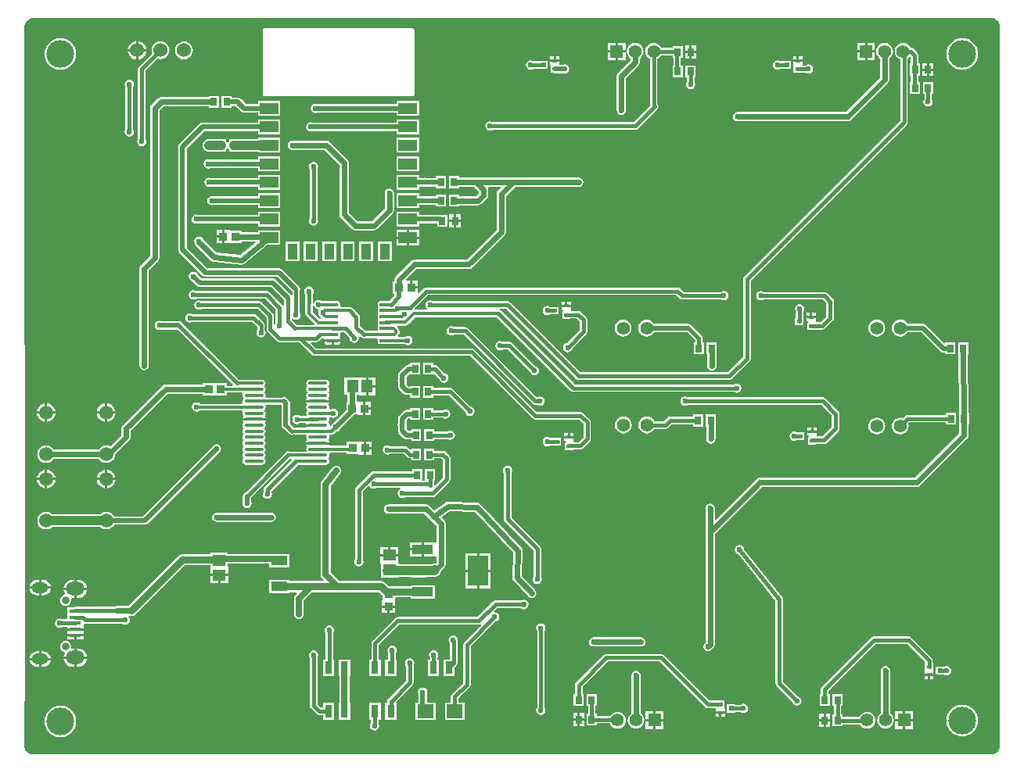
<source format=gtl>
G04*
G04 #@! TF.GenerationSoftware,Altium Limited,Altium Designer,19.1.5 (86)*
G04*
G04 Layer_Physical_Order=1*
G04 Layer_Color=255*
%FSLAX25Y25*%
%MOIN*%
G70*
G01*
G75*
%ADD14C,0.02362*%
%ADD19R,0.01968X0.01772*%
%ADD20R,0.01968X0.01968*%
%ADD21R,0.02756X0.03543*%
%ADD22R,0.03347X0.03740*%
%ADD23R,0.08661X0.12992*%
%ADD24R,0.08661X0.03937*%
%ADD25R,0.05020X0.01772*%
%ADD26R,0.04331X0.06693*%
%ADD27R,0.07874X0.04724*%
%ADD28O,0.08268X0.01378*%
%ADD29R,0.03150X0.05512*%
G04:AMPARAMS|DCode=30|XSize=15.75mil|YSize=47.24mil|CornerRadius=1.97mil|HoleSize=0mil|Usage=FLASHONLY|Rotation=90.000|XOffset=0mil|YOffset=0mil|HoleType=Round|Shape=RoundedRectangle|*
%AMROUNDEDRECTD30*
21,1,0.01575,0.04331,0,0,90.0*
21,1,0.01181,0.04724,0,0,90.0*
1,1,0.00394,0.02165,0.00591*
1,1,0.00394,0.02165,-0.00591*
1,1,0.00394,-0.02165,-0.00591*
1,1,0.00394,-0.02165,0.00591*
%
%ADD30ROUNDEDRECTD30*%
%ADD31R,0.02008X0.01575*%
%ADD32R,0.06890X0.05906*%
%ADD33R,0.03740X0.03347*%
%ADD34R,0.05709X0.05118*%
%ADD35R,0.05118X0.05709*%
%ADD36R,0.07087X0.03937*%
%ADD64C,0.11811*%
%ADD65C,0.01968*%
%ADD66C,0.03937*%
%ADD67C,0.03150*%
%ADD68C,0.02559*%
%ADD69C,0.01575*%
%ADD70C,0.01339*%
%ADD71C,0.01496*%
%ADD72C,0.01732*%
%ADD73C,0.01693*%
%ADD74C,0.06000*%
%ADD75C,0.03150*%
%ADD76O,0.07087X0.04528*%
%ADD77O,0.07874X0.05709*%
%ADD78C,0.05575*%
%ADD79C,0.05906*%
%ADD80R,0.05512X0.05512*%
%ADD81C,0.05512*%
%ADD82C,0.02362*%
G36*
X412503Y314961D02*
X412900D01*
X413679Y314806D01*
X414413Y314502D01*
X415073Y314060D01*
X415635Y313499D01*
X416077Y312838D01*
X416381Y312104D01*
X416535Y311325D01*
Y310928D01*
X416535Y4907D01*
Y4501D01*
X416377Y3705D01*
X416067Y2956D01*
X415616Y2281D01*
X415042Y1707D01*
X414367Y1256D01*
X413617Y946D01*
X412821Y787D01*
X412416D01*
Y787D01*
X4040D01*
X3342Y926D01*
X2685Y1199D01*
X2093Y1594D01*
X1590Y2097D01*
X1195Y2689D01*
X922Y3346D01*
X784Y4044D01*
Y4400D01*
X780Y4437D01*
X1181Y42618D01*
X788Y310446D01*
X788Y310928D01*
D01*
X808Y311427D01*
X942Y312104D01*
X1246Y312838D01*
X1688Y313499D01*
X2249Y314060D01*
X2910Y314502D01*
X3644Y314806D01*
X4423Y314961D01*
X4820D01*
X412503Y314961D01*
Y314961D01*
D02*
G37*
%LPC*%
G36*
X49319Y305150D02*
Y301681D01*
X52788D01*
X52716Y302225D01*
X52313Y303198D01*
X51672Y304034D01*
X50836Y304675D01*
X49863Y305078D01*
X49319Y305150D01*
D02*
G37*
G36*
X48319D02*
X47775Y305078D01*
X46802Y304675D01*
X45966Y304034D01*
X45325Y303198D01*
X44922Y302225D01*
X44850Y301681D01*
X48319D01*
Y305150D01*
D02*
G37*
G36*
X363205Y304425D02*
X359949D01*
Y301169D01*
X363205D01*
Y304425D01*
D02*
G37*
G36*
X358949D02*
X355693D01*
Y301169D01*
X358949D01*
Y304425D01*
D02*
G37*
G36*
X256906D02*
X253650D01*
Y301169D01*
X256906D01*
Y304425D01*
D02*
G37*
G36*
X252650D02*
X249394D01*
Y301169D01*
X252650D01*
Y304425D01*
D02*
G37*
G36*
X287024Y303165D02*
X285146D01*
Y300894D01*
X287024D01*
Y303165D01*
D02*
G37*
G36*
X284146D02*
X282268D01*
Y300894D01*
X284146D01*
Y303165D01*
D02*
G37*
G36*
X284646Y300394D02*
D01*
D01*
D01*
D02*
G37*
G36*
X287024Y299894D02*
X285146D01*
Y297622D01*
X287024D01*
Y299894D01*
D02*
G37*
G36*
X284146D02*
X282268D01*
Y297622D01*
X284146D01*
Y299894D01*
D02*
G37*
G36*
X58819Y305001D02*
X57830Y304871D01*
X56909Y304489D01*
X56118Y303882D01*
X55511Y303091D01*
X55129Y302170D01*
X54999Y301181D01*
X55129Y300192D01*
X55255Y299888D01*
X49652Y294285D01*
X49304Y293764D01*
X49182Y293150D01*
X49182Y293149D01*
Y263345D01*
X48933Y262973D01*
X48780Y262205D01*
X48933Y261437D01*
X49368Y260786D01*
X50019Y260350D01*
X50787Y260198D01*
X51556Y260350D01*
X52207Y260786D01*
X52642Y261437D01*
X52794Y262205D01*
X52642Y262973D01*
X52393Y263345D01*
Y292484D01*
X57526Y297617D01*
X57830Y297491D01*
X58819Y297361D01*
X59808Y297491D01*
X60729Y297873D01*
X61520Y298480D01*
X62127Y299271D01*
X62509Y300192D01*
X62639Y301181D01*
X62509Y302170D01*
X62127Y303091D01*
X61520Y303882D01*
X60729Y304489D01*
X59808Y304871D01*
X58819Y305001D01*
D02*
G37*
G36*
X68819Y304922D02*
X67830Y304792D01*
X66909Y304411D01*
X66118Y303804D01*
X65511Y303012D01*
X65129Y302091D01*
X64999Y301102D01*
X65129Y300114D01*
X65511Y299192D01*
X66118Y298401D01*
X66909Y297794D01*
X67830Y297412D01*
X68819Y297282D01*
X69808Y297412D01*
X70729Y297794D01*
X71520Y298401D01*
X72127Y299192D01*
X72509Y300114D01*
X72639Y301102D01*
X72509Y302091D01*
X72127Y303012D01*
X71520Y303804D01*
X70729Y304411D01*
X69808Y304792D01*
X68819Y304922D01*
D02*
G37*
G36*
X52788Y300681D02*
X49319D01*
Y297212D01*
X49863Y297284D01*
X50836Y297687D01*
X51672Y298328D01*
X52313Y299164D01*
X52716Y300137D01*
X52788Y300681D01*
D02*
G37*
G36*
X48319D02*
X44850D01*
X44922Y300137D01*
X45325Y299164D01*
X45966Y298328D01*
X46802Y297687D01*
X47775Y297284D01*
X48319Y297212D01*
Y300681D01*
D02*
G37*
G36*
X332299Y298539D02*
X330815D01*
Y297153D01*
X332299D01*
Y298539D01*
D02*
G37*
G36*
X329815D02*
X328331D01*
Y297153D01*
X329815D01*
Y298539D01*
D02*
G37*
G36*
X228756D02*
X227272D01*
Y297153D01*
X228756D01*
Y298539D01*
D02*
G37*
G36*
X226272D02*
X224787D01*
Y297153D01*
X226272D01*
Y298539D01*
D02*
G37*
G36*
X363205Y300169D02*
X359949D01*
Y296913D01*
X363205D01*
Y300169D01*
D02*
G37*
G36*
X358949D02*
X355693D01*
Y296913D01*
X358949D01*
Y300169D01*
D02*
G37*
G36*
X256906D02*
X253650D01*
Y296913D01*
X256906D01*
Y300169D01*
D02*
G37*
G36*
X252650D02*
X249394D01*
Y296913D01*
X252650D01*
Y300169D01*
D02*
G37*
G36*
X388205Y295685D02*
X386327D01*
Y293413D01*
X388205D01*
Y295685D01*
D02*
G37*
G36*
X385327D02*
X383449D01*
Y293413D01*
X385327D01*
Y295685D01*
D02*
G37*
G36*
X321654Y296889D02*
X320885Y296736D01*
X320234Y296301D01*
X319799Y295650D01*
X319647Y294882D01*
X319799Y294114D01*
X320234Y293463D01*
X320885Y293028D01*
X321654Y292875D01*
X322422Y293028D01*
X322794Y293276D01*
X323819D01*
Y293110D01*
X327362D01*
Y296654D01*
X323819D01*
Y296487D01*
X322794D01*
X322422Y296736D01*
X321654Y296889D01*
D02*
G37*
G36*
X216535D02*
X215767Y296736D01*
X215116Y296301D01*
X214681Y295650D01*
X214528Y294882D01*
X214681Y294114D01*
X215116Y293463D01*
X215767Y293028D01*
X216535Y292875D01*
X217303Y293028D01*
X217676Y293276D01*
X220276D01*
Y293110D01*
X223819D01*
Y296654D01*
X220276D01*
Y296487D01*
X217676D01*
X217303Y296736D01*
X216535Y296889D01*
D02*
G37*
G36*
X400394Y306332D02*
X399082Y306202D01*
X397820Y305820D01*
X396657Y305198D01*
X395638Y304362D01*
X394802Y303343D01*
X394180Y302180D01*
X393798Y300918D01*
X393668Y299606D01*
X393798Y298294D01*
X394180Y297033D01*
X394802Y295870D01*
X395638Y294851D01*
X396657Y294014D01*
X397820Y293393D01*
X399082Y293010D01*
X400394Y292881D01*
X401706Y293010D01*
X402967Y293393D01*
X404130Y294014D01*
X405149Y294851D01*
X405986Y295870D01*
X406607Y297033D01*
X406990Y298294D01*
X407119Y299606D01*
X406990Y300918D01*
X406607Y302180D01*
X405986Y303343D01*
X405149Y304362D01*
X404130Y305198D01*
X402967Y305820D01*
X401706Y306202D01*
X400394Y306332D01*
D02*
G37*
G36*
X16142D02*
X14830Y306202D01*
X13568Y305820D01*
X12405Y305198D01*
X11386Y304362D01*
X10550Y303343D01*
X9928Y302180D01*
X9546Y300918D01*
X9416Y299606D01*
X9546Y298294D01*
X9928Y297033D01*
X10550Y295870D01*
X11386Y294851D01*
X12405Y294014D01*
X13568Y293393D01*
X14830Y293010D01*
X16142Y292881D01*
X17454Y293010D01*
X18715Y293393D01*
X19878Y294014D01*
X20897Y294851D01*
X21734Y295870D01*
X22355Y297033D01*
X22738Y298294D01*
X22867Y299606D01*
X22738Y300918D01*
X22355Y302180D01*
X21734Y303343D01*
X20897Y304362D01*
X19878Y305198D01*
X18715Y305820D01*
X17454Y306202D01*
X16142Y306332D01*
D02*
G37*
G36*
X332299Y296153D02*
X330315D01*
X328331D01*
Y294768D01*
X328543D01*
Y291437D01*
X332087D01*
Y291505D01*
X333702D01*
X334074Y291256D01*
X334842Y291103D01*
X335611Y291256D01*
X336262Y291691D01*
X336697Y292342D01*
X336850Y293110D01*
X336697Y293878D01*
X336262Y294529D01*
X335611Y294965D01*
X334842Y295117D01*
X334074Y294965D01*
X333702Y294716D01*
X332778D01*
X332299Y294768D01*
Y296153D01*
D02*
G37*
G36*
X228756Y296153D02*
X226772D01*
X224787D01*
Y294768D01*
X225000D01*
Y293285D01*
X224965Y293110D01*
X225000Y292936D01*
Y291437D01*
X226102D01*
X226772Y291304D01*
X230066D01*
X230137Y291256D01*
X230906Y291103D01*
X231674Y291256D01*
X232325Y291691D01*
X232760Y292342D01*
X232913Y293110D01*
X232760Y293878D01*
X232325Y294529D01*
X231674Y294965D01*
X230906Y295117D01*
X230137Y294965D01*
X230066Y294917D01*
X228756D01*
Y296153D01*
D02*
G37*
G36*
X388205Y292413D02*
X386327D01*
Y290142D01*
X388205D01*
Y292413D01*
D02*
G37*
G36*
X385327D02*
X383449D01*
Y290142D01*
X385327D01*
Y292413D01*
D02*
G37*
G36*
X268898Y304243D02*
X267973Y304121D01*
X267111Y303764D01*
X266371Y303196D01*
X265803Y302456D01*
X265445Y301594D01*
X265324Y300669D01*
X265445Y299744D01*
X265803Y298882D01*
X266371Y298142D01*
X267111Y297574D01*
X267292Y297499D01*
Y277437D01*
X260359Y270503D01*
X200353D01*
X199981Y270752D01*
X199213Y270905D01*
X198444Y270752D01*
X197793Y270317D01*
X197358Y269666D01*
X197205Y268898D01*
X197358Y268130D01*
X197793Y267478D01*
X198444Y267043D01*
X199213Y266891D01*
X199981Y267043D01*
X200353Y267292D01*
X261024D01*
X261024Y267292D01*
X261638Y267414D01*
X262159Y267762D01*
X270427Y276030D01*
X270775Y276551D01*
X270897Y277165D01*
X270775Y277780D01*
X270503Y278186D01*
Y297499D01*
X270685Y297574D01*
X271425Y298142D01*
X271993Y298882D01*
X272068Y299064D01*
X276969D01*
Y297835D01*
X277253D01*
Y294685D01*
X276969D01*
Y289567D01*
X281299D01*
Y294685D01*
X280464D01*
Y297835D01*
X281299D01*
Y302953D01*
X276969D01*
Y302275D01*
X272068D01*
X271993Y302456D01*
X271425Y303196D01*
X270685Y303764D01*
X269823Y304121D01*
X268898Y304243D01*
D02*
G37*
G36*
X286811Y294685D02*
X282480D01*
Y289567D01*
X283040D01*
Y287754D01*
X282791Y287382D01*
X282639Y286614D01*
X282791Y285846D01*
X283226Y285195D01*
X283878Y284760D01*
X284646Y284607D01*
X285414Y284760D01*
X286065Y285195D01*
X286500Y285846D01*
X286653Y286614D01*
X286500Y287382D01*
X286251Y287754D01*
Y289567D01*
X286811D01*
Y294685D01*
D02*
G37*
G36*
X375197Y304243D02*
X374272Y304121D01*
X373410Y303764D01*
X372670Y303196D01*
X372102Y302456D01*
X371745Y301594D01*
X371623Y300669D01*
X371745Y299744D01*
X372102Y298882D01*
X372670Y298142D01*
X373410Y297574D01*
X373985Y297336D01*
Y271137D01*
X307526Y204679D01*
X307178Y204158D01*
X307056Y203543D01*
X307056Y203543D01*
Y170350D01*
X300516Y163810D01*
X237673Y163810D01*
X207828Y193655D01*
X207307Y194003D01*
X206693Y194125D01*
X206693Y194125D01*
X174762D01*
X174390Y194374D01*
X173622Y194527D01*
X172854Y194374D01*
X172203Y193939D01*
X171768Y193288D01*
X171615Y192520D01*
X171768Y191752D01*
X172203Y191101D01*
X172291Y191042D01*
X172139Y190542D01*
X167142D01*
X166935Y191042D01*
X172712Y196820D01*
X278469Y196820D01*
X279967Y195321D01*
X279967Y195321D01*
X280488Y194973D01*
X281102Y194851D01*
X297679D01*
X298051Y194602D01*
X298819Y194450D01*
X299587Y194602D01*
X300238Y195037D01*
X300673Y195689D01*
X300826Y196457D01*
X300673Y197225D01*
X300238Y197876D01*
X299587Y198311D01*
X298819Y198464D01*
X298051Y198311D01*
X297679Y198062D01*
X281767D01*
X280269Y199561D01*
X279748Y199909D01*
X279134Y200031D01*
X279134Y200031D01*
X172047Y200031D01*
X172047Y200031D01*
X171433Y199909D01*
X170912Y199561D01*
X170912Y199560D01*
X168823Y197471D01*
X168323Y197679D01*
Y199500D01*
X165650D01*
Y200000D01*
X165150D01*
Y202870D01*
X163502D01*
X163295Y203370D01*
X167761Y207835D01*
X190157D01*
X190926Y207988D01*
X191577Y208423D01*
X205356Y222203D01*
X205791Y222854D01*
X205944Y223622D01*
Y238932D01*
X209887Y242875D01*
X237008D01*
X237776Y243028D01*
X238427Y243463D01*
X238862Y244114D01*
X239015Y244882D01*
X238862Y245650D01*
X238427Y246301D01*
X237776Y246736D01*
X237008Y246889D01*
X186024D01*
Y247441D01*
X181693D01*
Y242323D01*
X186024D01*
Y242875D01*
X192476D01*
X194450Y240901D01*
Y240201D01*
X193263Y239015D01*
X186024D01*
Y239567D01*
X181693D01*
Y234449D01*
X186024D01*
Y235001D01*
X194095D01*
X194863Y235154D01*
X195514Y235589D01*
X197876Y237951D01*
X198311Y238602D01*
X198464Y239370D01*
Y241732D01*
X198336Y242375D01*
X198616Y242875D01*
X203556D01*
X203748Y242413D01*
X202518Y241183D01*
X202083Y240532D01*
X201930Y239764D01*
Y224453D01*
X189326Y211850D01*
X166929D01*
X166161Y211697D01*
X165510Y211262D01*
X158915Y204667D01*
X158480Y204016D01*
X158328Y203248D01*
Y202658D01*
X157874D01*
Y197343D01*
X158528D01*
Y196739D01*
X156100Y194311D01*
X152362D01*
X151978Y194234D01*
X151653Y194017D01*
X151435Y193691D01*
X151359Y193307D01*
Y192126D01*
X151435Y191742D01*
X151639Y191437D01*
X151435Y191132D01*
X151359Y190748D01*
Y189567D01*
X151435Y189183D01*
X151639Y188878D01*
X151435Y188573D01*
X151359Y188189D01*
Y187008D01*
X151435Y186624D01*
X151639Y186319D01*
X151435Y186014D01*
X151359Y185630D01*
Y184449D01*
X151435Y184065D01*
X151639Y183760D01*
X151435Y183455D01*
X151359Y183071D01*
Y181890D01*
X150929Y181487D01*
X145981D01*
X143732Y183736D01*
Y187402D01*
X143609Y188016D01*
X143261Y188537D01*
X140505Y191293D01*
X139985Y191641D01*
X139370Y191763D01*
X139168Y191723D01*
X135685D01*
X135256Y192126D01*
Y193307D01*
X135179Y193691D01*
X134962Y194017D01*
X134636Y194234D01*
X134252Y194311D01*
X129921D01*
X129778Y194282D01*
X127381D01*
X126949Y194571D01*
X126181Y194724D01*
X125413Y194571D01*
X124762Y194136D01*
X124327Y193485D01*
X124174Y192717D01*
X124327Y191948D01*
X124762Y191297D01*
X125413Y190862D01*
X125914Y190762D01*
X126163Y190235D01*
X126099Y190138D01*
X125946Y189370D01*
X126099Y188602D01*
X126504Y187995D01*
X126506Y187984D01*
X126846Y187476D01*
X127173Y187148D01*
X126988Y186677D01*
X126601Y186636D01*
X123613Y189625D01*
Y193499D01*
X123653Y193701D01*
Y197285D01*
X123901Y197657D01*
X124054Y198425D01*
X123901Y199193D01*
X123467Y199844D01*
X122815Y200279D01*
X122047Y200432D01*
X121279Y200279D01*
X120628Y199844D01*
X120193Y199193D01*
X120040Y198425D01*
X120193Y197657D01*
X120442Y197285D01*
Y193701D01*
X120482Y193499D01*
Y188976D01*
X120601Y188377D01*
X120940Y187869D01*
X124302Y184508D01*
X124110Y184046D01*
X116650D01*
X114598Y186098D01*
Y186646D01*
X115098Y186797D01*
X115116Y186770D01*
X115767Y186335D01*
X116535Y186182D01*
X117304Y186335D01*
X117955Y186770D01*
X118390Y187421D01*
X118543Y188189D01*
X118390Y188957D01*
X118141Y189329D01*
Y198427D01*
X118204Y198521D01*
X118342Y199213D01*
X118204Y199904D01*
X117813Y200490D01*
X110726Y207576D01*
X110140Y207968D01*
X109449Y208106D01*
X78701D01*
X69917Y216890D01*
Y259094D01*
X77520Y266698D01*
X100394D01*
Y265354D01*
X109843D01*
Y271654D01*
X100394D01*
Y270310D01*
X76772D01*
X76080Y270173D01*
X75494Y269781D01*
X66833Y261120D01*
X66441Y260534D01*
X66304Y259842D01*
Y216142D01*
X66441Y215451D01*
X66833Y214864D01*
X76675Y205022D01*
X77262Y204630D01*
X77953Y204493D01*
X108701D01*
X114930Y198264D01*
Y196858D01*
X114430Y196707D01*
X114269Y196947D01*
X107970Y203246D01*
X107384Y203637D01*
X106693Y203775D01*
X76339D01*
X74706Y205408D01*
X74689Y205492D01*
X74254Y206144D01*
X73603Y206579D01*
X72835Y206732D01*
X72067Y206579D01*
X71415Y206144D01*
X70980Y205492D01*
X70828Y204724D01*
X70980Y203956D01*
X71415Y203305D01*
X72067Y202870D01*
X72151Y202853D01*
X74313Y200691D01*
X74899Y200300D01*
X75590Y200162D01*
X105945D01*
X111387Y194720D01*
Y192105D01*
X111164Y192030D01*
X110887Y192022D01*
X110584Y192474D01*
X110584Y192474D01*
X105072Y197986D01*
X104551Y198334D01*
X103937Y198456D01*
X103937Y198456D01*
X73975D01*
X73603Y198705D01*
X72835Y198857D01*
X72067Y198705D01*
X71415Y198270D01*
X70980Y197618D01*
X70828Y196850D01*
X70980Y196082D01*
X71415Y195431D01*
X72067Y194996D01*
X72835Y194843D01*
X73603Y194996D01*
X73975Y195245D01*
X103272D01*
X107843Y190673D01*
Y184688D01*
X107450Y184346D01*
X107117Y184560D01*
Y187795D01*
X107117Y187795D01*
X106995Y188410D01*
X106647Y188931D01*
X101923Y193655D01*
X101402Y194003D01*
X100787Y194125D01*
X100787Y194125D01*
X76337D01*
X75965Y194374D01*
X75197Y194527D01*
X74429Y194374D01*
X73778Y193939D01*
X73343Y193288D01*
X73190Y192520D01*
X73343Y191752D01*
X73778Y191101D01*
X74429Y190665D01*
X75197Y190513D01*
X75965Y190665D01*
X76337Y190914D01*
X100122D01*
X103906Y187130D01*
Y182283D01*
X103906Y182283D01*
X104028Y181669D01*
X104376Y181148D01*
X108313Y177211D01*
X108313Y177211D01*
X108834Y176863D01*
X109449Y176741D01*
X117839D01*
X123274Y171306D01*
X123795Y170958D01*
X124409Y170835D01*
X124409Y170835D01*
X190673Y170835D01*
X217369Y144140D01*
X217369Y144140D01*
X217889Y143792D01*
X218504Y143670D01*
X237130D01*
X238946Y141855D01*
Y136098D01*
X236933Y134086D01*
X235234D01*
X234878Y134433D01*
X234878Y134586D01*
Y135721D01*
X232874D01*
X230870D01*
Y134433D01*
X231417D01*
X231626Y134028D01*
X231520Y133858D01*
X231083D01*
Y132536D01*
X231071Y132480D01*
X231083Y132424D01*
Y130709D01*
X234665D01*
Y130875D01*
X237598D01*
X237598Y130875D01*
X238213Y130997D01*
X238734Y131345D01*
X241687Y134298D01*
X242035Y134819D01*
X242157Y135433D01*
X242157Y135433D01*
Y142520D01*
X242035Y143134D01*
X241687Y143655D01*
X238931Y146411D01*
X238410Y146759D01*
X237795Y146881D01*
X237795Y146881D01*
X219169D01*
X192474Y173576D01*
X191953Y173924D01*
X191339Y174047D01*
X191339Y174047D01*
X125075Y174047D01*
X122842Y176279D01*
X123034Y176741D01*
X125197D01*
X125197Y176741D01*
X125811Y176863D01*
X126332Y177211D01*
X127477Y178356D01*
X128387D01*
X128704Y177969D01*
X128701Y177953D01*
Y177862D01*
X132087D01*
X135472D01*
Y177953D01*
X135379Y178420D01*
X135115Y178816D01*
X135099Y178826D01*
X135179Y178947D01*
X135256Y179331D01*
Y180512D01*
X135553Y180875D01*
X136933D01*
X139353Y178455D01*
X139331Y178347D01*
X139484Y177578D01*
X139919Y176927D01*
X140570Y176492D01*
X141339Y176339D01*
X142107Y176492D01*
X142758Y176927D01*
X143193Y177578D01*
X143346Y178347D01*
X143215Y179004D01*
X143595Y179285D01*
X143627Y179299D01*
X144140Y178786D01*
X144661Y178438D01*
X145276Y178316D01*
X145477Y178356D01*
X150929D01*
X151359Y177953D01*
Y176772D01*
X151435Y176388D01*
X151653Y176062D01*
X151978Y175845D01*
X152362Y175768D01*
X156693D01*
X156836Y175797D01*
X162973D01*
X163405Y175508D01*
X164173Y175355D01*
X164941Y175508D01*
X165592Y175943D01*
X166027Y176594D01*
X166180Y177362D01*
X166027Y178130D01*
X165592Y178781D01*
X164941Y179217D01*
X164173Y179369D01*
X163405Y179217D01*
X162973Y178928D01*
X160141D01*
X159950Y179390D01*
X160162Y179602D01*
X160502Y180110D01*
X160621Y180709D01*
Y181496D01*
X160502Y182095D01*
X160162Y182603D01*
X159555Y183210D01*
X159762Y183710D01*
X163133D01*
X163732Y183829D01*
X164240Y184169D01*
X167482Y187411D01*
X202051D01*
X233510Y155951D01*
X233510Y155951D01*
X234031Y155603D01*
X234646Y155481D01*
X234646Y155481D01*
X303190D01*
X303563Y155232D01*
X304331Y155079D01*
X305099Y155232D01*
X305750Y155667D01*
X306185Y156318D01*
X306338Y157087D01*
X306185Y157855D01*
X305750Y158506D01*
X305099Y158941D01*
X304331Y159094D01*
X303563Y158941D01*
X303190Y158692D01*
X235311D01*
X203891Y190112D01*
X203439Y190414D01*
X203448Y190691D01*
X203522Y190914D01*
X206028D01*
X235873Y161069D01*
X235873Y161069D01*
X236393Y160721D01*
X237008Y160599D01*
X301181Y160599D01*
X301181Y160599D01*
X301796Y160721D01*
X302316Y161069D01*
X309797Y168550D01*
X310145Y169071D01*
X310267Y169685D01*
X310267Y169685D01*
Y202878D01*
X376726Y269337D01*
X376726Y269337D01*
X377074Y269858D01*
X377196Y270472D01*
Y297737D01*
X377724Y298142D01*
X377926Y298406D01*
X377957Y298408D01*
X378434Y298246D01*
Y295472D01*
X378150D01*
Y290354D01*
X378434D01*
Y287598D01*
X378150D01*
Y282480D01*
X382480D01*
Y287598D01*
X381645D01*
Y290354D01*
X382480D01*
Y295472D01*
X381645D01*
Y299095D01*
X381645Y299095D01*
X381523Y299709D01*
X381175Y300230D01*
X379600Y301805D01*
X379079Y302153D01*
X378465Y302275D01*
X378465Y302275D01*
X378367D01*
X378292Y302456D01*
X377724Y303196D01*
X376984Y303764D01*
X376122Y304121D01*
X375197Y304243D01*
D02*
G37*
G36*
X166142Y310645D02*
X103114D01*
X102807Y310584D01*
X102546Y310410D01*
X102372Y310150D01*
X102311Y309842D01*
Y282321D01*
X102372Y282014D01*
X102546Y281753D01*
X102807Y281579D01*
X103114Y281518D01*
X166142D01*
X166449Y281579D01*
X166709Y281753D01*
X166883Y282014D01*
X166945Y282321D01*
Y309842D01*
X166883Y310150D01*
X166709Y310410D01*
X166449Y310584D01*
X166142Y310645D01*
D02*
G37*
G36*
X168898Y279528D02*
X159449D01*
Y278184D01*
X125643D01*
X125571Y278232D01*
X124803Y278385D01*
X124035Y278232D01*
X123384Y277797D01*
X122949Y277146D01*
X122796Y276378D01*
X122949Y275610D01*
X123384Y274959D01*
X124035Y274524D01*
X124803Y274371D01*
X125571Y274524D01*
X125643Y274572D01*
X159449D01*
Y273228D01*
X168898D01*
Y279528D01*
D02*
G37*
G36*
X387992Y287598D02*
X383661D01*
Y282480D01*
X384221D01*
Y280274D01*
X383973Y279902D01*
X383820Y279134D01*
X383973Y278366D01*
X384407Y277715D01*
X385059Y277280D01*
X385827Y277127D01*
X386595Y277280D01*
X387246Y277715D01*
X387681Y278366D01*
X387834Y279134D01*
X387681Y279902D01*
X387432Y280274D01*
Y282480D01*
X387992D01*
Y287598D01*
D02*
G37*
G36*
X83661Y281693D02*
X79331D01*
Y281141D01*
X59055D01*
X58287Y280988D01*
X57636Y280553D01*
X54880Y277797D01*
X54445Y277146D01*
X54292Y276378D01*
Y260630D01*
X54292Y260629D01*
X54292Y260628D01*
Y213430D01*
X50352Y209490D01*
X49917Y208839D01*
X49765Y208071D01*
Y166732D01*
X49917Y165964D01*
X50352Y165313D01*
X51004Y164878D01*
X51772Y164725D01*
X52540Y164878D01*
X53191Y165313D01*
X53626Y165964D01*
X53779Y166732D01*
Y207240D01*
X57718Y211179D01*
X58153Y211830D01*
X58306Y212598D01*
Y275547D01*
X59886Y277127D01*
X79331D01*
Y276575D01*
X83661D01*
Y281693D01*
D02*
G37*
G36*
X261024Y304243D02*
X260099Y304121D01*
X259237Y303764D01*
X258496Y303196D01*
X257928Y302456D01*
X257572Y301594D01*
X257450Y300669D01*
X257572Y299744D01*
X257928Y298882D01*
X258496Y298142D01*
X259016Y297743D01*
Y296894D01*
X253699Y291577D01*
X253264Y290926D01*
X253111Y290158D01*
Y275590D01*
X253264Y274822D01*
X253699Y274171D01*
X254350Y273736D01*
X255118Y273584D01*
X255886Y273736D01*
X256537Y274171D01*
X256972Y274822D01*
X257125Y275590D01*
Y289326D01*
X262443Y294644D01*
X262878Y295295D01*
X263031Y296063D01*
Y297743D01*
X263551Y298142D01*
X264119Y298882D01*
X264476Y299744D01*
X264598Y300669D01*
X264476Y301594D01*
X264119Y302456D01*
X263551Y303196D01*
X262811Y303764D01*
X261949Y304121D01*
X261024Y304243D01*
D02*
G37*
G36*
X89173Y281693D02*
X84842D01*
Y276575D01*
X89173D01*
Y277327D01*
X90833D01*
X91101Y276927D01*
X91752Y276492D01*
X91836Y276475D01*
X93211Y275101D01*
X93797Y274709D01*
X94488Y274572D01*
X100394D01*
Y273228D01*
X109843D01*
Y279528D01*
X100394D01*
Y278184D01*
X95236D01*
X94391Y279030D01*
X94374Y279115D01*
X93939Y279766D01*
X93288Y280201D01*
X93203Y280218D01*
X93010Y280411D01*
X92424Y280803D01*
X91732Y280940D01*
X89173D01*
Y281693D01*
D02*
G37*
G36*
X367323Y304243D02*
X366398Y304121D01*
X365536Y303764D01*
X364796Y303196D01*
X364228Y302456D01*
X363871Y301594D01*
X363749Y300669D01*
X363871Y299744D01*
X364228Y298882D01*
X364796Y298142D01*
X365316Y297743D01*
Y289414D01*
X350743Y274842D01*
X304724D01*
X303956Y274689D01*
X303305Y274254D01*
X302870Y273603D01*
X302717Y272835D01*
X302870Y272067D01*
X303305Y271415D01*
X303956Y270980D01*
X304724Y270828D01*
X351575D01*
X352343Y270980D01*
X352994Y271415D01*
X368742Y287163D01*
X369177Y287815D01*
X369330Y288583D01*
Y297743D01*
X369850Y298142D01*
X370418Y298882D01*
X370775Y299744D01*
X370897Y300669D01*
X370775Y301594D01*
X370418Y302456D01*
X369850Y303196D01*
X369110Y303764D01*
X368248Y304121D01*
X367323Y304243D01*
D02*
G37*
G36*
X168898Y271654D02*
X159449D01*
Y270310D01*
X123674D01*
X123603Y270358D01*
X122835Y270511D01*
X122067Y270358D01*
X121415Y269923D01*
X120980Y269272D01*
X120828Y268504D01*
X120980Y267736D01*
X121415Y267085D01*
X122067Y266650D01*
X122835Y266497D01*
X123603Y266650D01*
X123674Y266698D01*
X159449D01*
Y265354D01*
X168898D01*
Y271654D01*
D02*
G37*
G36*
X45472Y288621D02*
X44704Y288469D01*
X44053Y288033D01*
X43618Y287382D01*
X43465Y286614D01*
X43618Y285846D01*
X43867Y285474D01*
Y267479D01*
X43618Y267107D01*
X43465Y266339D01*
X43618Y265570D01*
X44053Y264919D01*
X44704Y264484D01*
X45472Y264332D01*
X46240Y264484D01*
X46892Y264919D01*
X47327Y265570D01*
X47480Y266339D01*
X47327Y267107D01*
X47078Y267479D01*
Y285474D01*
X47327Y285846D01*
X47480Y286614D01*
X47327Y287382D01*
X46892Y288033D01*
X46240Y288469D01*
X45472Y288621D01*
D02*
G37*
G36*
X109843Y263779D02*
X100394D01*
Y263410D01*
X90158D01*
X89438Y263315D01*
X89134Y263189D01*
X87992D01*
Y262335D01*
X87750Y262020D01*
X87672Y261831D01*
X87131D01*
X87053Y262020D01*
X86811Y262335D01*
Y263189D01*
X85669D01*
X85365Y263315D01*
X84646Y263410D01*
X79528D01*
X78808Y263315D01*
X78138Y263037D01*
X77562Y262595D01*
X77120Y262020D01*
X76843Y261349D01*
X76748Y260630D01*
X76843Y259910D01*
X77120Y259240D01*
X77562Y258664D01*
X78138Y258223D01*
X78808Y257945D01*
X79528Y257850D01*
X84646D01*
X85365Y257945D01*
X85669Y258071D01*
X86811D01*
Y258925D01*
X87053Y259240D01*
X87131Y259429D01*
X87672D01*
X87750Y259240D01*
X87992Y258925D01*
Y258071D01*
X89134D01*
X89438Y257945D01*
X90158Y257850D01*
X100394D01*
Y257480D01*
X109843D01*
Y263779D01*
D02*
G37*
G36*
X168898D02*
X159449D01*
Y257480D01*
X168898D01*
Y263779D01*
D02*
G37*
G36*
X109843Y255906D02*
X100394D01*
Y254562D01*
X79974D01*
X79902Y254610D01*
X79134Y254763D01*
X78366Y254610D01*
X77715Y254175D01*
X77280Y253524D01*
X77127Y252756D01*
X77280Y251988D01*
X77715Y251337D01*
X78366Y250902D01*
X79134Y250749D01*
X79902Y250902D01*
X79974Y250950D01*
X100394D01*
Y249606D01*
X109843D01*
Y255906D01*
D02*
G37*
G36*
X168898D02*
X159449D01*
Y249606D01*
X168898D01*
Y255906D01*
D02*
G37*
G36*
X109843Y248031D02*
X100394D01*
Y246688D01*
X80367D01*
X80296Y246736D01*
X79528Y246889D01*
X78759Y246736D01*
X78108Y246301D01*
X77673Y245650D01*
X77521Y244882D01*
X77673Y244114D01*
X78108Y243463D01*
X78759Y243028D01*
X79528Y242875D01*
X80296Y243028D01*
X80367Y243075D01*
X100394D01*
Y241732D01*
X109843D01*
Y248031D01*
D02*
G37*
G36*
X168898D02*
X159449D01*
Y241732D01*
X168898D01*
Y243075D01*
X170420D01*
X170492Y243028D01*
X171260Y242875D01*
X172028Y243028D01*
X172100Y243075D01*
X176181D01*
Y242323D01*
X180512D01*
Y247441D01*
X176181D01*
Y246688D01*
X172100D01*
X172028Y246736D01*
X171260Y246889D01*
X170492Y246736D01*
X170420Y246688D01*
X168898D01*
Y248031D01*
D02*
G37*
G36*
X109843Y240158D02*
X100394D01*
Y238814D01*
X81549D01*
X81477Y238862D01*
X80709Y239015D01*
X79941Y238862D01*
X79290Y238427D01*
X78854Y237776D01*
X78702Y237008D01*
X78854Y236240D01*
X79290Y235589D01*
X79941Y235154D01*
X80709Y235001D01*
X81477Y235154D01*
X81549Y235202D01*
X100394D01*
Y233858D01*
X109843D01*
Y240158D01*
D02*
G37*
G36*
X168898D02*
X159449D01*
Y233858D01*
X168898D01*
Y235202D01*
X176181D01*
Y234449D01*
X180512D01*
Y239567D01*
X176181D01*
Y238814D01*
X168898D01*
Y240158D01*
D02*
G37*
G36*
X109843Y232283D02*
X100394D01*
Y230940D01*
X74856D01*
X74784Y230988D01*
X74016Y231141D01*
X73248Y230988D01*
X72597Y230553D01*
X72162Y229902D01*
X72009Y229134D01*
X72162Y228366D01*
X72597Y227715D01*
X73248Y227280D01*
X74016Y227127D01*
X74784Y227280D01*
X74856Y227327D01*
X100394D01*
Y225984D01*
X109843D01*
Y232283D01*
D02*
G37*
G36*
X186630Y231118D02*
X184752D01*
Y228847D01*
X186630D01*
Y231118D01*
D02*
G37*
G36*
X183752D02*
X181874D01*
Y228847D01*
X183752D01*
Y231118D01*
D02*
G37*
G36*
X124016Y253680D02*
X123248Y253527D01*
X122597Y253092D01*
X122161Y252441D01*
X122009Y251673D01*
X122161Y250905D01*
X122410Y250533D01*
Y229487D01*
X122161Y229115D01*
X122009Y228346D01*
X122161Y227578D01*
X122597Y226927D01*
X123248Y226492D01*
X124016Y226339D01*
X124784Y226492D01*
X125435Y226927D01*
X125870Y227578D01*
X126023Y228346D01*
X125870Y229115D01*
X125621Y229487D01*
Y250533D01*
X125870Y250905D01*
X126023Y251673D01*
X125870Y252441D01*
X125435Y253092D01*
X124784Y253527D01*
X124016Y253680D01*
D02*
G37*
G36*
X168898Y232283D02*
X159449D01*
Y225984D01*
X168898D01*
Y227327D01*
X176575D01*
Y225787D01*
X180905D01*
Y230906D01*
X178127D01*
X177953Y230940D01*
X168898D01*
Y232283D01*
D02*
G37*
G36*
X186630Y227847D02*
X184752D01*
Y225575D01*
X186630D01*
Y227847D01*
D02*
G37*
G36*
X183752D02*
X181874D01*
Y225575D01*
X183752D01*
Y227847D01*
D02*
G37*
G36*
X129528Y262637D02*
X114961D01*
X114193Y262484D01*
X113541Y262049D01*
X113106Y261398D01*
X112954Y260630D01*
X113106Y259862D01*
X113541Y259211D01*
X114193Y258776D01*
X114961Y258623D01*
X128696D01*
X135001Y252318D01*
Y231102D01*
X135154Y230334D01*
X135589Y229683D01*
X140313Y224959D01*
X140964Y224524D01*
X141732Y224371D01*
X149606D01*
X150374Y224524D01*
X151025Y224959D01*
X157718Y231652D01*
X158153Y232303D01*
X158306Y233071D01*
Y240158D01*
X158153Y240926D01*
X157718Y241577D01*
X157067Y242012D01*
X156299Y242164D01*
X155531Y242012D01*
X154880Y241577D01*
X154445Y240926D01*
X154292Y240158D01*
Y233902D01*
X148775Y228385D01*
X142564D01*
X139015Y231934D01*
Y253150D01*
X138862Y253918D01*
X138427Y254569D01*
X130947Y262049D01*
X130296Y262484D01*
X129528Y262637D01*
D02*
G37*
G36*
X85031Y224524D02*
X82858D01*
Y222153D01*
X85031D01*
Y224524D01*
D02*
G37*
G36*
X169110Y224622D02*
X164673D01*
Y221760D01*
X169110D01*
Y224622D01*
D02*
G37*
G36*
X163673D02*
X159236D01*
Y221760D01*
X163673D01*
Y224622D01*
D02*
G37*
G36*
X85031Y221153D02*
X82858D01*
Y218783D01*
X85031D01*
Y221153D01*
D02*
G37*
G36*
X169110Y220760D02*
X164673D01*
Y217898D01*
X169110D01*
Y220760D01*
D02*
G37*
G36*
X163673D02*
X159236D01*
Y217898D01*
X163673D01*
Y220760D01*
D02*
G37*
G36*
X88205Y224524D02*
X87974Y224524D01*
X86032D01*
Y221654D01*
Y218783D01*
X88205D01*
X88617Y218996D01*
X88705Y218996D01*
X93307D01*
Y219647D01*
X99261D01*
X99430Y219176D01*
X92878Y213780D01*
X82671Y214768D01*
X77067Y220371D01*
X77051Y220453D01*
X76616Y221104D01*
X75965Y221539D01*
X75197Y221692D01*
X74429Y221539D01*
X73778Y221104D01*
X73343Y220453D01*
X73190Y219685D01*
X73218Y219544D01*
X73190Y219403D01*
X73343Y218635D01*
X73778Y217984D01*
X80342Y211420D01*
X80588Y211256D01*
X80818Y211068D01*
X80911Y211040D01*
X80993Y210985D01*
X81283Y210927D01*
X81567Y210842D01*
X93319Y209704D01*
X94098Y209783D01*
X94788Y210153D01*
X104451Y218110D01*
X109843D01*
Y224409D01*
X100394D01*
Y223661D01*
X93307D01*
Y224311D01*
X88617Y224311D01*
X88205Y224524D01*
D02*
G37*
G36*
X157283Y219488D02*
X151378D01*
Y211221D01*
X157283D01*
Y219488D01*
D02*
G37*
G36*
X149409D02*
X143504D01*
Y211221D01*
X149409D01*
Y219488D01*
D02*
G37*
G36*
X141535D02*
X135630D01*
Y211221D01*
X141535D01*
Y219488D01*
D02*
G37*
G36*
X133661D02*
X127756D01*
Y211221D01*
X133661D01*
Y219488D01*
D02*
G37*
G36*
X125787D02*
X119882D01*
Y211221D01*
X125787D01*
Y219488D01*
D02*
G37*
G36*
X117913D02*
X112008D01*
Y211221D01*
X117913D01*
Y219488D01*
D02*
G37*
G36*
X168323Y202870D02*
X166150D01*
Y200500D01*
X168323D01*
Y202870D01*
D02*
G37*
G36*
X233697Y193913D02*
X232193D01*
Y192626D01*
X233697D01*
Y193913D01*
D02*
G37*
G36*
X231193D02*
X229689D01*
Y192626D01*
X231193D01*
Y193913D01*
D02*
G37*
G36*
X223622Y192165D02*
X222854Y192012D01*
X222203Y191577D01*
X221768Y190926D01*
X221615Y190157D01*
X221768Y189389D01*
X222203Y188738D01*
X222854Y188303D01*
X223622Y188150D01*
X224390Y188303D01*
X224762Y188552D01*
X226772D01*
X226927Y188583D01*
X228366D01*
Y190101D01*
X228377Y190157D01*
X228366Y190214D01*
Y191732D01*
X226927D01*
X226772Y191763D01*
X224762D01*
X224390Y192012D01*
X223622Y192165D01*
D02*
G37*
G36*
X338028Y189189D02*
X336524D01*
Y187902D01*
X338028D01*
Y189189D01*
D02*
G37*
G36*
X335524D02*
X334020D01*
Y187902D01*
X335524D01*
Y189189D01*
D02*
G37*
G36*
X314567Y198464D02*
X313799Y198311D01*
X313148Y197876D01*
X312713Y197225D01*
X312560Y196457D01*
X312713Y195689D01*
X313148Y195037D01*
X313799Y194602D01*
X314567Y194450D01*
X315335Y194602D01*
X315707Y194851D01*
X341067D01*
X342489Y193429D01*
Y187673D01*
X340083Y185267D01*
X338384D01*
X338028Y185614D01*
X338028Y185767D01*
Y186902D01*
X336024D01*
Y187402D01*
D01*
Y186902D01*
X334020D01*
Y185614D01*
X334566D01*
X334776Y185210D01*
X334669Y185039D01*
X334232D01*
Y183718D01*
X334221Y183661D01*
X334232Y183605D01*
Y181890D01*
X337815D01*
Y182056D01*
X340748D01*
X340748Y182056D01*
X341363Y182178D01*
X341883Y182526D01*
X345230Y185872D01*
X345578Y186393D01*
X345700Y187008D01*
X345700Y187008D01*
Y194094D01*
X345700Y194095D01*
X345578Y194709D01*
X345230Y195230D01*
X342868Y197592D01*
X342347Y197940D01*
X341732Y198062D01*
X341732Y198062D01*
X315707D01*
X315335Y198311D01*
X314567Y198464D01*
D02*
G37*
G36*
X331102Y192952D02*
X330334Y192799D01*
X329683Y192364D01*
X329248Y191713D01*
X329095Y190945D01*
X329248Y190177D01*
X329497Y189805D01*
Y187008D01*
X329114D01*
Y183858D01*
X330947D01*
X331102Y183827D01*
X331258Y183858D01*
X332697D01*
Y185377D01*
X332708Y185433D01*
Y189805D01*
X332957Y190177D01*
X333109Y190945D01*
X332957Y191713D01*
X332522Y192364D01*
X331870Y192799D01*
X331102Y192952D01*
D02*
G37*
G36*
X364016Y186283D02*
X363083Y186160D01*
X362213Y185800D01*
X361466Y185227D01*
X360893Y184480D01*
X360533Y183610D01*
X360410Y182677D01*
X360533Y181744D01*
X360893Y180874D01*
X361466Y180128D01*
X362213Y179555D01*
X363083Y179194D01*
X364016Y179071D01*
X364949Y179194D01*
X365819Y179555D01*
X366565Y180128D01*
X367138Y180874D01*
X367498Y181744D01*
X367621Y182677D01*
X367498Y183610D01*
X367138Y184480D01*
X366565Y185227D01*
X365819Y185800D01*
X364949Y186160D01*
X364016Y186283D01*
D02*
G37*
G36*
X255906D02*
X254972Y186160D01*
X254103Y185800D01*
X253356Y185227D01*
X252783Y184480D01*
X252423Y183610D01*
X252300Y182677D01*
X252423Y181744D01*
X252783Y180874D01*
X253356Y180128D01*
X254103Y179555D01*
X254972Y179194D01*
X255906Y179071D01*
X256839Y179194D01*
X257708Y179555D01*
X258455Y180128D01*
X259028Y180874D01*
X259388Y181744D01*
X259511Y182677D01*
X259388Y183610D01*
X259028Y184480D01*
X258455Y185227D01*
X257708Y185800D01*
X256839Y186160D01*
X255906Y186283D01*
D02*
G37*
G36*
X71260Y189015D02*
X70492Y188862D01*
X69841Y188427D01*
X69406Y187776D01*
X69253Y187008D01*
X69406Y186240D01*
X69841Y185589D01*
X70492Y185154D01*
X71260Y185001D01*
X72028Y185154D01*
X72400Y185402D01*
X97760D01*
X99969Y183193D01*
X99969Y181849D01*
X99721Y181477D01*
X99568Y180709D01*
X99721Y179941D01*
X100156Y179289D01*
X100807Y178854D01*
X101575Y178702D01*
X102343Y178854D01*
X102994Y179289D01*
X103429Y179941D01*
X103582Y180709D01*
X103429Y181477D01*
X103180Y181849D01*
X103181Y183858D01*
X103058Y184473D01*
X102710Y184994D01*
X99561Y188143D01*
X99040Y188491D01*
X98425Y188613D01*
X98425Y188613D01*
X72400D01*
X72028Y188862D01*
X71260Y189015D01*
D02*
G37*
G36*
X135472Y176862D02*
X132587D01*
Y175551D01*
X134252D01*
X134719Y175644D01*
X135115Y175909D01*
X135379Y176305D01*
X135472Y176772D01*
Y176862D01*
D02*
G37*
G36*
X131587D02*
X128701D01*
Y176772D01*
X128794Y176305D01*
X129058Y175909D01*
X129454Y175644D01*
X129921Y175551D01*
X131587D01*
Y176862D01*
D02*
G37*
G36*
X231693Y192126D02*
D01*
Y191626D01*
X229689D01*
Y190339D01*
X230236D01*
X230445Y189934D01*
X230339Y189764D01*
X229902D01*
Y188442D01*
X229890Y188386D01*
X229902Y188330D01*
Y186614D01*
X233484D01*
Y186780D01*
X236146D01*
X237371Y185555D01*
Y181767D01*
X231954Y176351D01*
X231515Y176264D01*
X230864Y175829D01*
X230429Y175178D01*
X230276Y174409D01*
X230429Y173641D01*
X230864Y172990D01*
X231515Y172555D01*
X232283Y172402D01*
X233051Y172555D01*
X233703Y172990D01*
X234138Y173641D01*
X234225Y174080D01*
X240112Y179967D01*
X240112Y179967D01*
X240460Y180488D01*
X240582Y181102D01*
Y186221D01*
X240460Y186835D01*
X240112Y187356D01*
X240112Y187356D01*
X237946Y189521D01*
X237425Y189869D01*
X236811Y189991D01*
X236811Y189991D01*
X234053D01*
X233697Y190339D01*
X233697Y190491D01*
Y191626D01*
X231693D01*
Y192126D01*
D02*
G37*
G36*
X374016Y186283D02*
X373082Y186160D01*
X372213Y185800D01*
X371466Y185227D01*
X370893Y184480D01*
X370533Y183610D01*
X370410Y182677D01*
X370533Y181744D01*
X370893Y180874D01*
X371466Y180128D01*
X372213Y179555D01*
X373082Y179194D01*
X374016Y179071D01*
X374949Y179194D01*
X375819Y179555D01*
X376565Y180128D01*
X377136Y180871D01*
X383110D01*
X391242Y172739D01*
X391828Y172347D01*
X392520Y172209D01*
X393110D01*
Y171457D01*
X397441D01*
Y176575D01*
X393110D01*
Y176575D01*
X392689Y176400D01*
X385136Y183954D01*
X384549Y184346D01*
X383858Y184484D01*
X377136D01*
X376565Y185227D01*
X375819Y185800D01*
X374949Y186160D01*
X374016Y186283D01*
D02*
G37*
G36*
X265905D02*
X264972Y186160D01*
X264103Y185800D01*
X263356Y185227D01*
X262783Y184480D01*
X262423Y183610D01*
X262300Y182677D01*
X262423Y181744D01*
X262783Y180874D01*
X263356Y180128D01*
X264103Y179555D01*
X264972Y179194D01*
X265905Y179071D01*
X266839Y179194D01*
X267708Y179555D01*
X268455Y180128D01*
X269025Y180871D01*
X283394D01*
X286583Y177681D01*
Y176575D01*
X286024D01*
Y171457D01*
X290354D01*
Y176575D01*
X289795D01*
Y178346D01*
X289795Y178347D01*
X289672Y178961D01*
X289324Y179482D01*
X285549Y183257D01*
X285527Y183368D01*
X285136Y183954D01*
X284549Y184346D01*
X283858Y184484D01*
X269025D01*
X268455Y185227D01*
X267708Y185800D01*
X266839Y186160D01*
X265905Y186283D01*
D02*
G37*
G36*
X295866Y176575D02*
X291535D01*
Y171457D01*
X291694D01*
Y166535D01*
X291846Y165767D01*
X292282Y165116D01*
X292933Y164681D01*
X293701Y164528D01*
X294469Y164681D01*
X295120Y165116D01*
X295555Y165767D01*
X295708Y166535D01*
Y171457D01*
X295866D01*
Y176575D01*
D02*
G37*
G36*
X169488Y167913D02*
X165157D01*
Y167161D01*
X164567D01*
X163876Y167023D01*
X163290Y166632D01*
X160534Y163876D01*
X160142Y163290D01*
X160005Y162598D01*
Y161076D01*
X159957Y161004D01*
X159804Y160236D01*
X159957Y159468D01*
X160005Y159396D01*
Y157874D01*
X160142Y157183D01*
X160534Y156597D01*
X162502Y154628D01*
X163088Y154237D01*
X163779Y154099D01*
X165157D01*
Y152953D01*
X169488D01*
Y158071D01*
X165157D01*
Y157712D01*
X164528D01*
X163617Y158622D01*
Y159396D01*
X163665Y159468D01*
X163818Y160236D01*
X163665Y161004D01*
X163617Y161076D01*
Y161850D01*
X164737Y162970D01*
X165157Y162795D01*
Y162795D01*
X169488D01*
Y167913D01*
D02*
G37*
G36*
X203543Y177204D02*
X202775Y177051D01*
X202124Y176616D01*
X201689Y175965D01*
X201536Y175197D01*
X201689Y174429D01*
X202124Y173778D01*
X202775Y173343D01*
X203543Y173190D01*
X204311Y173343D01*
X204683Y173591D01*
X206815D01*
X216169Y164238D01*
X216256Y163799D01*
X216691Y163148D01*
X217342Y162713D01*
X218110Y162560D01*
X218878Y162713D01*
X219529Y163148D01*
X219965Y163799D01*
X220117Y164567D01*
X219965Y165335D01*
X219529Y165986D01*
X218878Y166421D01*
X218439Y166508D01*
X208616Y176332D01*
X208095Y176680D01*
X207480Y176803D01*
X207480Y176803D01*
X204683D01*
X204311Y177051D01*
X203543Y177204D01*
D02*
G37*
G36*
X175000Y167913D02*
X170669D01*
Y162795D01*
X175000D01*
Y163021D01*
X175462Y163212D01*
X177586Y161088D01*
X177673Y160649D01*
X178108Y159998D01*
X178760Y159563D01*
X179528Y159410D01*
X180296Y159563D01*
X180947Y159998D01*
X181382Y160649D01*
X181535Y161417D01*
X181382Y162185D01*
X180947Y162837D01*
X180296Y163272D01*
X179857Y163359D01*
X176726Y166490D01*
X176205Y166838D01*
X175591Y166960D01*
X175591Y166960D01*
X175000D01*
Y167913D01*
D02*
G37*
G36*
X150409Y161728D02*
X147350D01*
Y158374D01*
X150409D01*
Y161728D01*
D02*
G37*
G36*
X58268Y185865D02*
X57500Y185713D01*
X56849Y185277D01*
X56413Y184626D01*
X56261Y183858D01*
X56413Y183090D01*
X56849Y182439D01*
X57500Y182004D01*
X58268Y181851D01*
X59036Y182004D01*
X59108Y182052D01*
X66071D01*
X89581Y158542D01*
X89390Y158080D01*
X87008D01*
Y159350D01*
X82193D01*
X82087Y159350D01*
X81693D01*
X81587Y159350D01*
X76772D01*
Y158700D01*
X61024D01*
X60256Y158547D01*
X59604Y158112D01*
X42675Y141183D01*
X42240Y140532D01*
X42087Y139764D01*
Y137052D01*
X37321Y132285D01*
X36606Y132581D01*
X35630Y132709D01*
X34654Y132581D01*
X33744Y132204D01*
X32962Y131605D01*
X32456Y130944D01*
X13214D01*
X12707Y131605D01*
X11926Y132204D01*
X11016Y132581D01*
X10039Y132709D01*
X9063Y132581D01*
X8153Y132204D01*
X7372Y131605D01*
X6772Y130823D01*
X6396Y129913D01*
X6267Y128937D01*
X6396Y127961D01*
X6772Y127051D01*
X7372Y126269D01*
X8153Y125670D01*
X9063Y125293D01*
X10039Y125165D01*
X11016Y125293D01*
X11926Y125670D01*
X12707Y126269D01*
X13214Y126930D01*
X32456D01*
X32962Y126269D01*
X33744Y125670D01*
X34654Y125293D01*
X35630Y125165D01*
X36606Y125293D01*
X37516Y125670D01*
X38297Y126269D01*
X38897Y127051D01*
X39274Y127961D01*
X39365Y128652D01*
X45514Y134801D01*
X45949Y135452D01*
X46102Y136221D01*
Y138932D01*
X61855Y154686D01*
X76772D01*
Y154035D01*
X81587D01*
X81693Y154035D01*
X82087D01*
X82193Y154035D01*
X87008D01*
Y155109D01*
X93518D01*
X93787Y154612D01*
X93672Y154035D01*
X93787Y153459D01*
X94034Y153089D01*
X94082Y152756D01*
X94034Y152422D01*
X93787Y152052D01*
X93672Y151476D01*
X93787Y150900D01*
X93518Y150402D01*
X75653D01*
X75632Y150435D01*
X74981Y150870D01*
X74213Y151023D01*
X73444Y150870D01*
X72793Y150435D01*
X72358Y149784D01*
X72206Y149016D01*
X72358Y148248D01*
X72793Y147597D01*
X73444Y147161D01*
X74213Y147009D01*
X74981Y147161D01*
X75386Y147432D01*
X93518D01*
X93787Y146934D01*
X93672Y146358D01*
X93787Y145782D01*
X93916Y145589D01*
X93959Y145017D01*
X93586Y144458D01*
X93555Y144299D01*
X98622D01*
X103690D01*
X103658Y144458D01*
X103285Y145017D01*
X103329Y145589D01*
X103458Y145782D01*
X103572Y146358D01*
X103458Y146934D01*
X103210Y147304D01*
X103162Y147638D01*
X103210Y147971D01*
X103458Y148341D01*
X103572Y148917D01*
X103458Y149493D01*
X103726Y149991D01*
X110398D01*
Y141339D01*
X110536Y140647D01*
X110927Y140061D01*
X111513Y139670D01*
X111625Y139647D01*
X113727Y137546D01*
X114248Y137198D01*
X114862Y137075D01*
X115468Y137196D01*
X120683D01*
X120952Y136698D01*
X120837Y136122D01*
X120952Y135546D01*
X121081Y135353D01*
X121125Y134781D01*
X120752Y134222D01*
X120720Y134063D01*
X125787D01*
X130855D01*
X130823Y134222D01*
X130450Y134781D01*
X130494Y135353D01*
X130623Y135546D01*
X130738Y136122D01*
X130623Y136698D01*
X130892Y137196D01*
X131594D01*
X131595Y137196D01*
X132163Y137309D01*
X132645Y137631D01*
X133581Y138567D01*
X134233Y138697D01*
X134884Y139132D01*
X141519Y145768D01*
X142584Y145768D01*
X142996Y145555D01*
X143227Y145555D01*
X145169D01*
Y148425D01*
X145669D01*
D01*
X145169D01*
Y151295D01*
X142996D01*
X142901Y151246D01*
X142401Y151551D01*
Y154232D01*
X143291D01*
Y154020D01*
X146350D01*
Y157874D01*
Y161728D01*
X143291D01*
Y161516D01*
X137205D01*
Y154232D01*
X138387D01*
Y151083D01*
X137894D01*
Y147819D01*
X132045Y141970D01*
X131610Y141319D01*
X131538Y140954D01*
X131392Y140876D01*
X130947Y141205D01*
X130954Y141240D01*
X130823Y141899D01*
X130450Y142458D01*
X130494Y143030D01*
X130623Y143223D01*
X130738Y143799D01*
X130623Y144375D01*
X130719Y144554D01*
X131337Y144689D01*
X131614Y144504D01*
X132382Y144351D01*
X133150Y144504D01*
X133801Y144939D01*
X134236Y145590D01*
X134389Y146358D01*
X134236Y147126D01*
X133801Y147777D01*
X133150Y148213D01*
X132382Y148365D01*
X131614Y148213D01*
X131337Y148028D01*
X130719Y148163D01*
X130623Y148341D01*
X130738Y148917D01*
X130623Y149493D01*
X130494Y149687D01*
X130450Y150259D01*
X130823Y150817D01*
X130855Y150976D01*
X125787D01*
X120720D01*
X120752Y150817D01*
X121125Y150259D01*
X121081Y149687D01*
X120952Y149493D01*
X120837Y148917D01*
X120952Y148341D01*
X121199Y147971D01*
X121247Y147638D01*
X121199Y147304D01*
X120952Y146934D01*
X120837Y146358D01*
X120952Y145782D01*
X121016Y145686D01*
X120749Y145186D01*
X118249D01*
X117697Y145555D01*
X116929Y145708D01*
X116161Y145555D01*
X115510Y145120D01*
X115075Y144469D01*
X114922Y143701D01*
X115075Y142933D01*
X115510Y142282D01*
X116161Y141847D01*
X116929Y141694D01*
X117697Y141847D01*
X118249Y142216D01*
X120407D01*
X120700Y141740D01*
X125787D01*
Y140740D01*
X120720D01*
X120735Y140666D01*
X120473Y140166D01*
X115648D01*
X114011Y141803D01*
Y150787D01*
X113874Y151479D01*
X113482Y152065D01*
X112793Y152754D01*
X112207Y153145D01*
X111516Y153283D01*
X110825Y153145D01*
X110550Y152962D01*
X103726D01*
X103458Y153459D01*
X103572Y154035D01*
X103458Y154612D01*
X103131Y155100D01*
Y155530D01*
X103458Y156018D01*
X103572Y156595D01*
X103458Y157170D01*
X103210Y157541D01*
X103162Y157874D01*
X103210Y158207D01*
X103458Y158578D01*
X103572Y159153D01*
X103458Y159730D01*
X103131Y160218D01*
X102643Y160544D01*
X102067Y160659D01*
X95177D01*
X95076Y160639D01*
X92026D01*
X68226Y184438D01*
X68204Y184549D01*
X67813Y185136D01*
X67227Y185527D01*
X66535Y185665D01*
X59108D01*
X59036Y185713D01*
X58268Y185865D01*
D02*
G37*
G36*
X150409Y157374D02*
X147350D01*
Y154020D01*
X150409D01*
Y157374D01*
D02*
G37*
G36*
X129232Y160659D02*
X122343D01*
X121766Y160544D01*
X121278Y160218D01*
X120952Y159730D01*
X120837Y159153D01*
X120952Y158578D01*
X121199Y158207D01*
X121247Y157874D01*
X121199Y157541D01*
X120952Y157170D01*
X120837Y156595D01*
X120952Y156018D01*
X121278Y155530D01*
Y155100D01*
X120952Y154612D01*
X120837Y154035D01*
X120952Y153459D01*
X121081Y153266D01*
X121125Y152694D01*
X120752Y152135D01*
X120720Y151976D01*
X125787D01*
X130855D01*
X130823Y152135D01*
X130450Y152694D01*
X130494Y153266D01*
X130623Y153459D01*
X130738Y154035D01*
X130623Y154612D01*
X130297Y155100D01*
Y155530D01*
X130623Y156018D01*
X130738Y156595D01*
X130623Y157170D01*
X130376Y157541D01*
X130328Y157874D01*
X130376Y158207D01*
X130623Y158578D01*
X130738Y159153D01*
X130623Y159730D01*
X130297Y160218D01*
X129808Y160544D01*
X129232Y160659D01*
D02*
G37*
G36*
X182677Y183503D02*
X181909Y183350D01*
X181258Y182915D01*
X180823Y182264D01*
X180670Y181496D01*
X180823Y180728D01*
X181258Y180077D01*
X181909Y179642D01*
X182677Y179489D01*
X183445Y179642D01*
X183817Y179890D01*
X187918D01*
X217369Y150440D01*
X217369Y150439D01*
X217889Y150091D01*
X218504Y149969D01*
X219332D01*
X219704Y149721D01*
X220472Y149568D01*
X221240Y149721D01*
X221892Y150156D01*
X222327Y150807D01*
X222480Y151575D01*
X222327Y152343D01*
X221892Y152994D01*
X221240Y153429D01*
X220472Y153582D01*
X219704Y153429D01*
X219332Y153180D01*
X219169D01*
X189718Y182631D01*
X189197Y182980D01*
X188583Y183102D01*
X188583Y183102D01*
X183817D01*
X183445Y183350D01*
X182677Y183503D01*
D02*
G37*
G36*
X146169Y151295D02*
Y148925D01*
X148343D01*
Y151295D01*
X146169D01*
D02*
G37*
G36*
X36130Y150575D02*
Y147153D01*
X39551D01*
X39481Y147685D01*
X39083Y148647D01*
X38449Y149473D01*
X37623Y150106D01*
X36662Y150505D01*
X36130Y150575D01*
D02*
G37*
G36*
X35130D02*
X34598Y150505D01*
X33637Y150106D01*
X32811Y149473D01*
X32177Y148647D01*
X31779Y147685D01*
X31709Y147153D01*
X35130D01*
Y150575D01*
D02*
G37*
G36*
X10539D02*
Y147153D01*
X13960D01*
X13890Y147685D01*
X13492Y148647D01*
X12858Y149473D01*
X12033Y150106D01*
X11071Y150505D01*
X10539Y150575D01*
D02*
G37*
G36*
X9539D02*
X9008Y150505D01*
X8046Y150106D01*
X7220Y149473D01*
X6587Y148647D01*
X6188Y147685D01*
X6118Y147153D01*
X9539D01*
Y150575D01*
D02*
G37*
G36*
X148343Y147925D02*
X146169D01*
Y145555D01*
X148343D01*
Y147925D01*
D02*
G37*
G36*
X175000Y158071D02*
X170669D01*
Y152953D01*
X175000D01*
Y153906D01*
X181618D01*
X188610Y146915D01*
X188697Y146476D01*
X189132Y145825D01*
X189783Y145390D01*
X190551Y145237D01*
X191319Y145390D01*
X191970Y145825D01*
X192405Y146476D01*
X192558Y147244D01*
X192405Y148012D01*
X191970Y148663D01*
X191319Y149098D01*
X190880Y149186D01*
X183419Y156647D01*
X182898Y156995D01*
X182283Y157117D01*
X182283Y157117D01*
X175000D01*
Y158071D01*
D02*
G37*
G36*
X397835Y146653D02*
X393504D01*
Y145700D01*
X377165D01*
X376551Y145578D01*
X376030Y145230D01*
X375146Y144346D01*
X374949Y144428D01*
X374016Y144551D01*
X373082Y144428D01*
X372213Y144068D01*
X371466Y143494D01*
X370893Y142748D01*
X370533Y141878D01*
X370410Y140945D01*
X370533Y140012D01*
X370893Y139142D01*
X371466Y138395D01*
X372213Y137822D01*
X373082Y137462D01*
X374016Y137339D01*
X374949Y137462D01*
X375819Y137822D01*
X376565Y138395D01*
X377138Y139142D01*
X377499Y140012D01*
X377621Y140945D01*
X377499Y141878D01*
X377417Y142075D01*
X377831Y142489D01*
X393504D01*
Y141535D01*
X397835D01*
Y146653D01*
D02*
G37*
G36*
X175000Y148622D02*
X170669D01*
Y143504D01*
X175000D01*
Y144457D01*
X179175D01*
X179547Y144209D01*
X180315Y144056D01*
X181083Y144209D01*
X181734Y144644D01*
X182169Y145295D01*
X182322Y146063D01*
X182169Y146831D01*
X181734Y147482D01*
X181083Y147917D01*
X180315Y148070D01*
X179547Y147917D01*
X179175Y147669D01*
X175000D01*
Y148622D01*
D02*
G37*
G36*
X169488D02*
X165157D01*
Y147869D01*
X163779D01*
X163088Y147732D01*
X162502Y147340D01*
X160534Y145372D01*
X160142Y144786D01*
X160005Y144095D01*
Y142277D01*
X159957Y142205D01*
X159804Y141437D01*
X159957Y140669D01*
X160005Y140597D01*
Y138779D01*
X160142Y138088D01*
X160534Y137502D01*
X162305Y135731D01*
X162891Y135339D01*
X163583Y135202D01*
X165551D01*
Y134449D01*
X169882D01*
Y139567D01*
X165551D01*
Y138814D01*
X164331D01*
X163617Y139528D01*
Y140597D01*
X163665Y140669D01*
X163818Y141437D01*
X163665Y142205D01*
X163617Y142277D01*
Y143346D01*
X164528Y144257D01*
X165157D01*
Y143504D01*
X169488D01*
Y148622D01*
D02*
G37*
G36*
X289961Y145866D02*
X285630D01*
Y144913D01*
X275984D01*
X275370Y144790D01*
X274849Y144442D01*
X274849Y144442D01*
X273351Y142944D01*
X269228D01*
X269146Y143141D01*
X268573Y143888D01*
X267827Y144461D01*
X266957Y144821D01*
X266024Y144944D01*
X265090Y144821D01*
X264221Y144461D01*
X263474Y143888D01*
X262901Y143141D01*
X262541Y142272D01*
X262418Y141339D01*
X262541Y140405D01*
X262901Y139536D01*
X263474Y138789D01*
X264221Y138216D01*
X265090Y137856D01*
X266024Y137733D01*
X266957Y137856D01*
X267827Y138216D01*
X268573Y138789D01*
X269146Y139536D01*
X269228Y139733D01*
X274016D01*
X274016Y139733D01*
X274630Y139855D01*
X275151Y140203D01*
X276649Y141701D01*
X285630D01*
Y140748D01*
X289961D01*
Y145866D01*
D02*
G37*
G36*
X39551Y146153D02*
X36130D01*
Y142733D01*
X36662Y142803D01*
X37623Y143201D01*
X38449Y143834D01*
X39083Y144660D01*
X39481Y145622D01*
X39551Y146153D01*
D02*
G37*
G36*
X35130D02*
X31709D01*
X31779Y145622D01*
X32177Y144660D01*
X32811Y143834D01*
X33637Y143201D01*
X34598Y142803D01*
X35130Y142733D01*
Y146153D01*
D02*
G37*
G36*
X13960D02*
X10539D01*
Y142733D01*
X11071Y142803D01*
X12033Y143201D01*
X12858Y143834D01*
X13492Y144660D01*
X13890Y145622D01*
X13960Y146153D01*
D02*
G37*
G36*
X9539D02*
X6118D01*
X6188Y145622D01*
X6587Y144660D01*
X7220Y143834D01*
X8046Y143201D01*
X9008Y142803D01*
X9539Y142733D01*
Y146153D01*
D02*
G37*
G36*
X338421Y140370D02*
X336917D01*
Y139083D01*
X338421D01*
Y140370D01*
D02*
G37*
G36*
X335917D02*
X334413D01*
Y139083D01*
X335917D01*
Y140370D01*
D02*
G37*
G36*
X256024Y144944D02*
X255090Y144821D01*
X254221Y144461D01*
X253474Y143888D01*
X252901Y143141D01*
X252541Y142272D01*
X252418Y141339D01*
X252541Y140405D01*
X252901Y139536D01*
X253474Y138789D01*
X254221Y138216D01*
X255090Y137856D01*
X256024Y137733D01*
X256957Y137856D01*
X257826Y138216D01*
X258573Y138789D01*
X259146Y139536D01*
X259506Y140405D01*
X259629Y141339D01*
X259506Y142272D01*
X259146Y143141D01*
X258573Y143888D01*
X257826Y144461D01*
X256957Y144821D01*
X256024Y144944D01*
D02*
G37*
G36*
X364016Y144551D02*
X363083Y144428D01*
X362213Y144068D01*
X361466Y143494D01*
X360893Y142748D01*
X360533Y141878D01*
X360410Y140945D01*
X360533Y140012D01*
X360893Y139142D01*
X361466Y138395D01*
X362213Y137822D01*
X363083Y137462D01*
X364016Y137339D01*
X364949Y137462D01*
X365819Y137822D01*
X366565Y138395D01*
X367138Y139142D01*
X367498Y140012D01*
X367621Y140945D01*
X367498Y141878D01*
X367138Y142748D01*
X366565Y143494D01*
X365819Y144068D01*
X364949Y144428D01*
X364016Y144551D01*
D02*
G37*
G36*
X234878Y138008D02*
X233374D01*
Y136721D01*
X234878D01*
Y138008D01*
D02*
G37*
G36*
X232374D02*
X230870D01*
Y136721D01*
X232374D01*
Y138008D01*
D02*
G37*
G36*
X282283Y153582D02*
X281515Y153429D01*
X280864Y152994D01*
X280429Y152343D01*
X280276Y151575D01*
X280429Y150807D01*
X280864Y150156D01*
X281515Y149721D01*
X282283Y149568D01*
X283051Y149721D01*
X283424Y149969D01*
X340280D01*
X344851Y145398D01*
Y140429D01*
X340870Y136448D01*
X338777D01*
X338421Y136795D01*
X338421Y136948D01*
Y138083D01*
X336417D01*
X334413D01*
Y136795D01*
X334960D01*
X335169Y136391D01*
X335063Y136221D01*
X334626D01*
Y134899D01*
X334615Y134843D01*
X334626Y134786D01*
Y133071D01*
X338209D01*
Y133237D01*
X341535D01*
X341535Y133237D01*
X342150Y133359D01*
X342671Y133707D01*
X347592Y138628D01*
X347592Y138628D01*
X347940Y139149D01*
X348062Y139764D01*
Y146063D01*
X348062Y146063D01*
X347940Y146677D01*
X347592Y147198D01*
X347592Y147198D01*
X342080Y152710D01*
X341559Y153058D01*
X340945Y153181D01*
X340945Y153180D01*
X283424D01*
X283051Y153429D01*
X282283Y153582D01*
D02*
G37*
G36*
X175394Y139567D02*
X171063D01*
Y134449D01*
X175394D01*
Y135402D01*
X181143D01*
X181515Y135154D01*
X182283Y135001D01*
X183052Y135154D01*
X183703Y135589D01*
X184138Y136240D01*
X184291Y137008D01*
X184138Y137776D01*
X183703Y138427D01*
X183052Y138862D01*
X182283Y139015D01*
X181515Y138862D01*
X181143Y138613D01*
X175394D01*
Y139567D01*
D02*
G37*
G36*
X328740Y138621D02*
X327972Y138469D01*
X327321Y138033D01*
X326886Y137382D01*
X326733Y136614D01*
X326886Y135846D01*
X327321Y135195D01*
X327972Y134760D01*
X328740Y134607D01*
X329508Y134760D01*
X329880Y135009D01*
X331496D01*
X331651Y135039D01*
X333090D01*
Y136558D01*
X333102Y136614D01*
X333090Y136670D01*
Y138189D01*
X331651D01*
X331496Y138220D01*
X329880D01*
X329508Y138469D01*
X328740Y138621D01*
D02*
G37*
G36*
X295472Y145866D02*
X291142D01*
Y140748D01*
X291300D01*
Y135433D01*
X291453Y134665D01*
X291888Y134014D01*
X292539Y133579D01*
X293307Y133426D01*
X294075Y133579D01*
X294726Y134014D01*
X295161Y134665D01*
X295314Y135433D01*
Y140748D01*
X295472D01*
Y145866D01*
D02*
G37*
G36*
X143291Y134366D02*
X142879Y134153D01*
X142791Y134153D01*
X138189D01*
Y132489D01*
X131102D01*
X130840Y132989D01*
X130855Y133063D01*
X125787D01*
X120720D01*
X120752Y132904D01*
X121125Y132345D01*
X121081Y131773D01*
X120952Y131580D01*
X120837Y131004D01*
X120952Y130428D01*
X120683Y129930D01*
X113844D01*
X113736Y130002D01*
X113091Y130131D01*
X112445Y130002D01*
X111898Y129637D01*
X94905Y112644D01*
X94392Y112301D01*
X94000Y111715D01*
X93863Y111024D01*
Y108714D01*
X93815Y108642D01*
X93662Y107874D01*
X93815Y107106D01*
X94250Y106455D01*
X94901Y106020D01*
X95669Y105867D01*
X96437Y106020D01*
X97088Y106455D01*
X97524Y107106D01*
X97676Y107874D01*
X97524Y108642D01*
X97476Y108714D01*
Y110446D01*
X113990Y126960D01*
X114473D01*
X114665Y126498D01*
X103139Y114972D01*
X102773Y114425D01*
X102645Y113779D01*
Y112831D01*
X102476Y112579D01*
X102324Y111811D01*
X102476Y111043D01*
X102911Y110392D01*
X103563Y109957D01*
X104331Y109804D01*
X105099Y109957D01*
X105750Y110392D01*
X106185Y111043D01*
X106338Y111811D01*
X106185Y112579D01*
X106017Y112831D01*
Y113081D01*
X117336Y124401D01*
X122242D01*
X122343Y124381D01*
X129232D01*
X129808Y124495D01*
X130297Y124821D01*
X130623Y125310D01*
X130738Y125886D01*
X130623Y126462D01*
X130376Y126832D01*
X130328Y127165D01*
X130376Y127499D01*
X130623Y127869D01*
X130738Y128445D01*
X130623Y129021D01*
X130892Y129519D01*
X138189D01*
Y128839D01*
X142879Y128839D01*
X143291Y128626D01*
X143522Y128626D01*
X145465D01*
Y131496D01*
Y134366D01*
X143291D01*
D02*
G37*
G36*
X223622Y136259D02*
X222854Y136106D01*
X222203Y135671D01*
X221768Y135020D01*
X221615Y134252D01*
X221768Y133484D01*
X222203Y132833D01*
X222854Y132398D01*
X223622Y132245D01*
X224390Y132398D01*
X224762Y132646D01*
X227953D01*
X228108Y132677D01*
X229547D01*
Y134196D01*
X229558Y134252D01*
X229547Y134308D01*
Y135827D01*
X228108D01*
X227953Y135858D01*
X224762D01*
X224390Y136106D01*
X223622Y136259D01*
D02*
G37*
G36*
X146465Y134366D02*
Y131996D01*
X148638D01*
Y134366D01*
X146465D01*
D02*
G37*
G36*
X148638Y130996D02*
X146465D01*
Y128626D01*
X148638D01*
Y130996D01*
D02*
G37*
G36*
X155512Y132716D02*
X154744Y132563D01*
X154093Y132128D01*
X153657Y131477D01*
X153505Y130709D01*
X153657Y129941D01*
X154093Y129289D01*
X154744Y128854D01*
X155512Y128702D01*
X156280Y128854D01*
X156652Y129103D01*
X162327D01*
X163825Y127605D01*
X164346Y127257D01*
X164961Y127135D01*
X164961Y127135D01*
X165551D01*
Y126181D01*
X169882D01*
Y131299D01*
X165551D01*
Y131074D01*
X165089Y130882D01*
X164128Y131844D01*
X163607Y132192D01*
X162992Y132314D01*
X162992Y132314D01*
X156652D01*
X156280Y132563D01*
X155512Y132716D01*
D02*
G37*
G36*
X103690Y143299D02*
X98622D01*
X93555D01*
X93586Y143140D01*
X93959Y142581D01*
X93916Y142009D01*
X93787Y141816D01*
X93672Y141240D01*
X93787Y140664D01*
X94113Y140176D01*
Y139745D01*
X93787Y139257D01*
X93672Y138681D01*
X93787Y138105D01*
X94034Y137735D01*
X94082Y137402D01*
X94034Y137068D01*
X93787Y136698D01*
X93672Y136122D01*
X93787Y135546D01*
X94113Y135058D01*
Y134627D01*
X93787Y134139D01*
X93672Y133563D01*
X93787Y132987D01*
X94034Y132617D01*
X94082Y132283D01*
X94034Y131950D01*
X93787Y131580D01*
X93672Y131004D01*
X93787Y130428D01*
X94113Y129939D01*
Y129509D01*
X93787Y129021D01*
X93672Y128445D01*
X93787Y127869D01*
X94034Y127499D01*
X94082Y127165D01*
X94034Y126832D01*
X93787Y126462D01*
X93672Y125886D01*
X93787Y125310D01*
X94113Y124821D01*
X94601Y124495D01*
X95177Y124381D01*
X102067D01*
X102643Y124495D01*
X103131Y124821D01*
X103458Y125310D01*
X103572Y125886D01*
X103458Y126462D01*
X103210Y126832D01*
X103162Y127165D01*
X103210Y127499D01*
X103458Y127869D01*
X103572Y128445D01*
X103458Y129021D01*
X103131Y129509D01*
Y129939D01*
X103458Y130428D01*
X103572Y131004D01*
X103458Y131580D01*
X103210Y131950D01*
X103162Y132283D01*
X103210Y132617D01*
X103458Y132987D01*
X103572Y133563D01*
X103458Y134139D01*
X103131Y134627D01*
Y135058D01*
X103458Y135546D01*
X103572Y136122D01*
X103458Y136698D01*
X103210Y137068D01*
X103162Y137402D01*
X103210Y137735D01*
X103458Y138105D01*
X103572Y138681D01*
X103458Y139257D01*
X103131Y139745D01*
Y140176D01*
X103458Y140664D01*
X103572Y141240D01*
X103458Y141816D01*
X103329Y142009D01*
X103285Y142581D01*
X103658Y143140D01*
X103690Y143299D01*
D02*
G37*
G36*
X36130Y122228D02*
Y118807D01*
X39551D01*
X39481Y119339D01*
X39083Y120300D01*
X38449Y121126D01*
X37623Y121760D01*
X36662Y122158D01*
X36130Y122228D01*
D02*
G37*
G36*
X35130D02*
X34598Y122158D01*
X33637Y121760D01*
X32811Y121126D01*
X32177Y120300D01*
X31779Y119339D01*
X31709Y118807D01*
X35130D01*
Y122228D01*
D02*
G37*
G36*
X10539D02*
Y118807D01*
X13960D01*
X13890Y119339D01*
X13492Y120300D01*
X12858Y121126D01*
X12033Y121760D01*
X11071Y122158D01*
X10539Y122228D01*
D02*
G37*
G36*
X9539D02*
X9008Y122158D01*
X8046Y121760D01*
X7220Y121126D01*
X6587Y120300D01*
X6188Y119339D01*
X6118Y118807D01*
X9539D01*
Y122228D01*
D02*
G37*
G36*
X175394Y131299D02*
X171063D01*
Y126181D01*
X175394D01*
Y127135D01*
X178469D01*
X179103Y126500D01*
Y118775D01*
X175654Y115326D01*
X175193Y115572D01*
X175228Y115748D01*
X175228Y115748D01*
Y117520D01*
X175787D01*
Y122638D01*
X171457D01*
Y117747D01*
X170276D01*
Y122638D01*
X165945D01*
Y121684D01*
X164567D01*
X164370Y121645D01*
X164173Y121684D01*
X149646D01*
X149031Y121562D01*
X148511Y121214D01*
X148511Y121214D01*
X142172Y114875D01*
X141824Y114354D01*
X141701Y113740D01*
X141701Y113740D01*
Y84211D01*
X141453Y83839D01*
X141300Y83071D01*
X141453Y82303D01*
X141888Y81652D01*
X142539Y81217D01*
X143307Y81064D01*
X144075Y81217D01*
X144726Y81652D01*
X145161Y82303D01*
X145314Y83071D01*
X145161Y83839D01*
X144913Y84211D01*
Y113075D01*
X147269Y115432D01*
X147819Y115274D01*
X148187Y114723D01*
X148838Y114287D01*
X149606Y114135D01*
X150374Y114287D01*
X150747Y114536D01*
X160716D01*
X161013Y114073D01*
X161009Y114036D01*
X160392Y113624D01*
X159957Y112973D01*
X159804Y112205D01*
X159957Y111437D01*
X160392Y110785D01*
X161043Y110350D01*
X161811Y110198D01*
X162579Y110350D01*
X162951Y110599D01*
X174803D01*
X174803Y110599D01*
X175418Y110721D01*
X175938Y111069D01*
X181844Y116975D01*
X181844Y116975D01*
X182192Y117496D01*
X182314Y118110D01*
X182314Y118110D01*
Y127165D01*
X182314Y127165D01*
X182192Y127780D01*
X181844Y128301D01*
X181844Y128301D01*
X180269Y129876D01*
X179748Y130224D01*
X179134Y130346D01*
X179134Y130346D01*
X175394D01*
Y131299D01*
D02*
G37*
G36*
X13960Y117807D02*
X10539D01*
Y114386D01*
X11071Y114456D01*
X12033Y114854D01*
X12858Y115488D01*
X13492Y116314D01*
X13890Y117275D01*
X13960Y117807D01*
D02*
G37*
G36*
X9539D02*
X6118D01*
X6188Y117275D01*
X6587Y116314D01*
X7220Y115488D01*
X8046Y114854D01*
X9008Y114456D01*
X9539Y114386D01*
Y117807D01*
D02*
G37*
G36*
X39551D02*
X36130D01*
Y114386D01*
X36662Y114456D01*
X37623Y114854D01*
X38449Y115488D01*
X39083Y116314D01*
X39481Y117275D01*
X39551Y117807D01*
D02*
G37*
G36*
X35130D02*
X31709D01*
X31779Y117275D01*
X32177Y116314D01*
X32811Y115488D01*
X33637Y114854D01*
X34598Y114456D01*
X35130Y114386D01*
Y117807D01*
D02*
G37*
G36*
X181471Y108715D02*
X181223Y108674D01*
X180972Y108668D01*
X180840Y108610D01*
X180698Y108587D01*
X180485Y108454D01*
X180255Y108353D01*
X175425Y104972D01*
X173467Y106931D01*
X172815Y107366D01*
X172047Y107519D01*
X155905D01*
X155137Y107366D01*
X154486Y106931D01*
X154051Y106280D01*
X153898Y105512D01*
X154051Y104744D01*
X154486Y104093D01*
X155137Y103657D01*
X155905Y103505D01*
X171216D01*
X176339Y98381D01*
Y91265D01*
X175843Y91256D01*
X175839Y91256D01*
X171012D01*
Y88288D01*
Y85319D01*
X175839D01*
X175843Y85319D01*
X176339Y85310D01*
Y82721D01*
X175886Y82268D01*
X175591Y82307D01*
X174871Y82213D01*
X174387Y82012D01*
X170512D01*
X170332Y81988D01*
X166570D01*
X160574Y82076D01*
X160153Y82268D01*
Y85327D01*
X152445D01*
Y82268D01*
X152657D01*
Y76181D01*
X159941D01*
Y76181D01*
X160285Y76520D01*
X170470Y76371D01*
X171613Y76354D01*
X172334Y76439D01*
X172369Y76453D01*
X175295D01*
X175476Y76476D01*
X175630D01*
Y76497D01*
X176015Y76547D01*
X176685Y76825D01*
X177261Y77267D01*
X177556Y77562D01*
X177998Y78138D01*
X178276Y78808D01*
X178302Y79006D01*
X179766Y80471D01*
X180201Y81122D01*
X180353Y81890D01*
Y99213D01*
X180201Y99981D01*
X179766Y100632D01*
X178583Y101815D01*
X178626Y102313D01*
X182010Y104681D01*
X192768Y104334D01*
X209077Y86937D01*
X208735Y76350D01*
X208863Y75578D01*
X209277Y74913D01*
X215465Y68312D01*
X215492Y68293D01*
X215510Y68266D01*
X215809Y68066D01*
X216102Y67857D01*
X216134Y67849D01*
X216161Y67831D01*
X216514Y67761D01*
X216864Y67679D01*
X216897Y67684D01*
X216929Y67678D01*
X217282Y67748D01*
X217637Y67807D01*
X217665Y67824D01*
X217697Y67831D01*
X217996Y68031D01*
X218302Y68221D01*
X218321Y68248D01*
X218348Y68266D01*
X218548Y68565D01*
X218758Y68858D01*
X218765Y68890D01*
X218783Y68917D01*
X218854Y69270D01*
X218935Y69620D01*
X218930Y69653D01*
X218936Y69685D01*
X218866Y70038D01*
X218807Y70393D01*
X218790Y70421D01*
X218783Y70453D01*
X218584Y70752D01*
X218393Y71058D01*
X212774Y77052D01*
X213116Y87638D01*
X212988Y88411D01*
X212574Y89076D01*
X212574Y89076D01*
X195128Y107686D01*
X194491Y108142D01*
X193729Y108319D01*
X181471Y108715D01*
D02*
G37*
G36*
X82677Y133109D02*
X81909Y132957D01*
X81258Y132522D01*
X80823Y131870D01*
X80806Y131786D01*
X51417Y102397D01*
X38930D01*
X38897Y102477D01*
X38297Y103258D01*
X37516Y103858D01*
X36606Y104234D01*
X35630Y104363D01*
X34654Y104234D01*
X33744Y103858D01*
X33109Y103370D01*
X12561D01*
X11926Y103858D01*
X11016Y104234D01*
X10039Y104363D01*
X9063Y104234D01*
X8153Y103858D01*
X7372Y103258D01*
X6772Y102477D01*
X6396Y101567D01*
X6267Y100591D01*
X6396Y99614D01*
X6772Y98704D01*
X7372Y97923D01*
X8153Y97324D01*
X9063Y96947D01*
X10039Y96818D01*
X11016Y96947D01*
X11926Y97324D01*
X12561Y97811D01*
X33109D01*
X33744Y97324D01*
X34654Y96947D01*
X35630Y96818D01*
X36606Y96947D01*
X37516Y97324D01*
X38297Y97923D01*
X38897Y98704D01*
X38930Y98784D01*
X52165D01*
X52857Y98922D01*
X53443Y99313D01*
X83361Y129231D01*
X83445Y129248D01*
X84096Y129683D01*
X84531Y130334D01*
X84684Y131102D01*
X84531Y131870D01*
X84096Y132522D01*
X83445Y132957D01*
X82677Y133109D01*
D02*
G37*
G36*
X402953Y176575D02*
X398622D01*
Y171457D01*
X398814D01*
X399138Y146778D01*
X399016Y146653D01*
X399016D01*
Y141535D01*
X399174D01*
Y137839D01*
X380271Y118936D01*
X314173Y118936D01*
X313405Y118783D01*
X312754Y118348D01*
X295382Y100977D01*
X294920Y101168D01*
Y105905D01*
X294768Y106674D01*
X294333Y107325D01*
X293682Y107760D01*
X292913Y107913D01*
X292145Y107760D01*
X291494Y107325D01*
X291059Y106674D01*
X290906Y105905D01*
Y48469D01*
X290707Y48270D01*
X290272Y47618D01*
X290119Y46850D01*
X290272Y46082D01*
X290707Y45431D01*
X291358Y44996D01*
X292126Y44843D01*
X292126D01*
X292894Y44996D01*
X293545Y45431D01*
X293545Y45431D01*
X294333Y46219D01*
X294768Y46870D01*
X294920Y47638D01*
Y94838D01*
X315005Y114922D01*
X381102Y114922D01*
X381870Y115075D01*
X382522Y115510D01*
X402600Y135589D01*
X403035Y136240D01*
X403188Y137008D01*
Y141535D01*
X403346D01*
Y146653D01*
X403155D01*
X402830Y171332D01*
X402953Y171457D01*
X402953D01*
Y176575D01*
D02*
G37*
G36*
X105905Y103976D02*
X82677D01*
X81909Y103823D01*
X81258Y103388D01*
X80823Y102737D01*
X80670Y101969D01*
X80823Y101200D01*
X81258Y100549D01*
X81909Y100114D01*
X82677Y99961D01*
X105905D01*
X106674Y100114D01*
X107325Y100549D01*
X107760Y101200D01*
X107913Y101969D01*
X107760Y102737D01*
X107325Y103388D01*
X106674Y103823D01*
X105905Y103976D01*
D02*
G37*
G36*
X170012Y91256D02*
X165182D01*
Y88788D01*
X170012D01*
Y91256D01*
D02*
G37*
G36*
X160153Y89386D02*
X156799D01*
Y86327D01*
X160153D01*
Y89386D01*
D02*
G37*
G36*
X155799D02*
X152445D01*
Y86327D01*
X155799D01*
Y89386D01*
D02*
G37*
G36*
X170012Y87787D02*
X165182D01*
Y85319D01*
X170012D01*
Y87787D01*
D02*
G37*
G36*
X87500Y87047D02*
X80216D01*
Y86267D01*
X68110D01*
X67189Y86083D01*
X66407Y85561D01*
X45058Y64212D01*
X40157D01*
X39389Y64059D01*
X39017Y63810D01*
X22441D01*
X21826Y63688D01*
X21669Y63583D01*
X19144D01*
Y58457D01*
X16896D01*
X16614Y58646D01*
X15846Y58798D01*
X15078Y58646D01*
X14427Y58210D01*
X13992Y57559D01*
X13839Y56791D01*
X13992Y56023D01*
X14427Y55372D01*
X15078Y54937D01*
X15846Y54784D01*
X16614Y54937D01*
X16896Y55125D01*
X18931D01*
Y54732D01*
X22441D01*
X25951D01*
Y56118D01*
X25951D01*
X25988Y56343D01*
X26480Y56683D01*
X26587Y56662D01*
X26587Y56662D01*
X42561D01*
X42933Y56413D01*
X43701Y56261D01*
X44469Y56413D01*
X45120Y56849D01*
X45555Y57500D01*
X45708Y58268D01*
X45555Y59036D01*
X45120Y59687D01*
X45436Y60046D01*
X45535Y59980D01*
X46457Y59796D01*
X47378Y59980D01*
X48160Y60502D01*
X69108Y81450D01*
X79978D01*
X80004Y80961D01*
X80004D01*
Y77902D01*
X83858D01*
X87713D01*
Y80961D01*
X87500D01*
Y82145D01*
X105118D01*
Y80709D01*
X113779D01*
Y86221D01*
X110147D01*
X109449Y86359D01*
X87500D01*
Y87047D01*
D02*
G37*
G36*
X199465Y86728D02*
X194634D01*
Y79732D01*
X199465D01*
Y86728D01*
D02*
G37*
G36*
X193634D02*
X188804D01*
Y79732D01*
X193634D01*
Y86728D01*
D02*
G37*
G36*
X133331Y123932D02*
X132553Y123667D01*
X131936Y123124D01*
X127460Y117271D01*
X127339Y117025D01*
X127187Y116797D01*
X127159Y116659D01*
X127097Y116532D01*
X127080Y116259D01*
X127026Y115990D01*
Y77559D01*
X127187Y76753D01*
X127644Y76069D01*
X128401Y75311D01*
X128210Y74849D01*
X113779D01*
Y75197D01*
X105118D01*
Y69685D01*
X113779D01*
Y70033D01*
X116793D01*
X116984Y69570D01*
X116226Y68813D01*
X115770Y68129D01*
X115609Y67323D01*
Y60630D01*
X115770Y59824D01*
X116226Y59140D01*
X116910Y58683D01*
X117717Y58522D01*
X118523Y58683D01*
X119207Y59140D01*
X119664Y59824D01*
X119824Y60630D01*
Y66450D01*
X123407Y70033D01*
X151758D01*
X153248Y68543D01*
X153248Y66963D01*
X153035Y66551D01*
X153035Y66320D01*
Y64378D01*
X155905D01*
Y63878D01*
D01*
Y64378D01*
X158776D01*
Y66551D01*
X158563Y66963D01*
X158563Y67474D01*
X158917Y67828D01*
X165394D01*
Y67421D01*
X175630D01*
Y72933D01*
X165394D01*
Y72645D01*
X155958D01*
X154459Y74144D01*
X153678Y74666D01*
X152756Y74849D01*
X134824D01*
X131241Y78432D01*
Y115277D01*
X135284Y120563D01*
X135646Y121301D01*
X135699Y122122D01*
X135433Y122900D01*
X134890Y123518D01*
X134152Y123880D01*
X133331Y123932D01*
D02*
G37*
G36*
X87713Y76902D02*
X84358D01*
Y73843D01*
X87713D01*
Y76902D01*
D02*
G37*
G36*
X83358D02*
X80004D01*
Y73843D01*
X83358D01*
Y76902D01*
D02*
G37*
G36*
X206693Y124054D02*
X205925Y123901D01*
X205274Y123467D01*
X204839Y122815D01*
X204686Y122047D01*
X204839Y121279D01*
X205087Y120907D01*
Y101181D01*
X205087Y101181D01*
X205209Y100567D01*
X205557Y100046D01*
X217686Y87918D01*
Y76731D01*
X217437Y76359D01*
X217284Y75590D01*
X217437Y74822D01*
X217872Y74171D01*
X218523Y73736D01*
X219291Y73584D01*
X220059Y73736D01*
X220711Y74171D01*
X221146Y74822D01*
X221298Y75590D01*
X221146Y76359D01*
X220897Y76731D01*
Y88583D01*
X220897Y88583D01*
X220775Y89197D01*
X220427Y89718D01*
X208299Y101846D01*
Y120907D01*
X208547Y121279D01*
X208700Y122047D01*
X208547Y122815D01*
X208112Y123467D01*
X207461Y123901D01*
X206693Y124054D01*
D02*
G37*
G36*
X8760Y75339D02*
X7980D01*
Y72547D01*
X11986D01*
X11940Y72899D01*
X11611Y73693D01*
X11088Y74375D01*
X10406Y74898D01*
X9612Y75227D01*
X8760Y75339D01*
D02*
G37*
G36*
X6980D02*
X6201D01*
X5349Y75227D01*
X4555Y74898D01*
X3873Y74375D01*
X3350Y73693D01*
X3021Y72899D01*
X2975Y72547D01*
X6980D01*
Y75339D01*
D02*
G37*
G36*
X23524Y75344D02*
X22941D01*
Y71957D01*
X27345D01*
X27279Y72463D01*
X26890Y73400D01*
X26273Y74206D01*
X25467Y74823D01*
X24530Y75212D01*
X23524Y75344D01*
D02*
G37*
G36*
X21941D02*
X21358D01*
X20352Y75212D01*
X19414Y74823D01*
X18609Y74206D01*
X17991Y73400D01*
X17603Y72463D01*
X17537Y71957D01*
X21941D01*
Y75344D01*
D02*
G37*
G36*
X199465Y78732D02*
X194634D01*
Y71736D01*
X199465D01*
Y78732D01*
D02*
G37*
G36*
X193634D02*
X188804D01*
Y71736D01*
X193634D01*
Y78732D01*
D02*
G37*
G36*
X11986Y71547D02*
X7980D01*
Y68755D01*
X8760D01*
X9612Y68867D01*
X10406Y69196D01*
X11088Y69719D01*
X11611Y70401D01*
X11940Y71195D01*
X11986Y71547D01*
D02*
G37*
G36*
X6980D02*
X2975D01*
X3021Y71195D01*
X3350Y70401D01*
X3873Y69719D01*
X4555Y69196D01*
X5349Y68867D01*
X6201Y68755D01*
X6980D01*
Y71547D01*
D02*
G37*
G36*
X27345Y70957D02*
X22941D01*
Y67569D01*
X23524D01*
X24530Y67702D01*
X25467Y68090D01*
X26273Y68708D01*
X26890Y69513D01*
X27279Y70451D01*
X27345Y70957D01*
D02*
G37*
G36*
X21941D02*
X17537D01*
X17603Y70451D01*
X17991Y69513D01*
X18007Y69493D01*
X17800Y68941D01*
X17385Y68859D01*
X16604Y68337D01*
X16082Y67555D01*
X15899Y66634D01*
X16082Y65712D01*
X16604Y64931D01*
X17385Y64409D01*
X18307Y64225D01*
X19229Y64409D01*
X20010Y64931D01*
X20532Y65712D01*
X20716Y66634D01*
X20610Y67163D01*
X21031Y67612D01*
X21358Y67569D01*
X21941D01*
Y70957D01*
D02*
G37*
G36*
X213622Y66771D02*
X212854Y66618D01*
X212777Y66566D01*
X201575D01*
X201575Y66566D01*
X200960Y66444D01*
X200439Y66096D01*
X200439Y66096D01*
X193823Y59480D01*
X159843Y59480D01*
X159228Y59357D01*
X158707Y59009D01*
X158707Y59009D01*
X149062Y49364D01*
X148713Y48843D01*
X148591Y48228D01*
X148591Y48228D01*
Y41339D01*
X147835D01*
Y34252D01*
X152559D01*
Y41339D01*
X151803D01*
Y47563D01*
X160508Y56268D01*
X194488Y56268D01*
X194488Y56268D01*
X195103Y56391D01*
X195230Y56476D01*
X195549Y56087D01*
X188235Y48773D01*
X187887Y48252D01*
X187764Y47638D01*
X187764Y47638D01*
Y31374D01*
X183018Y26627D01*
X182670Y26107D01*
X182548Y25492D01*
X182548Y25492D01*
Y23031D01*
X179921D01*
Y15551D01*
X188386D01*
Y23031D01*
X185759D01*
Y24827D01*
X190505Y29573D01*
X190505Y29573D01*
X190854Y30094D01*
X190976Y30709D01*
X190976Y30709D01*
Y46973D01*
X201510Y57507D01*
X201949Y57595D01*
X202600Y58030D01*
X203035Y58681D01*
X203188Y59449D01*
X203035Y60217D01*
X202600Y60868D01*
X201949Y61303D01*
X201181Y61456D01*
X201015Y61423D01*
X200768Y61884D01*
X202240Y63355D01*
X212196D01*
X212203Y63345D01*
X212854Y62910D01*
X213622Y62757D01*
X214390Y62910D01*
X215041Y63345D01*
X215476Y63996D01*
X215629Y64764D01*
X215476Y65532D01*
X215041Y66183D01*
X214390Y66618D01*
X213622Y66771D01*
D02*
G37*
G36*
X158776Y63378D02*
X156405D01*
Y61205D01*
X158776D01*
Y63378D01*
D02*
G37*
G36*
X155405D02*
X153035D01*
Y61205D01*
X155405D01*
Y63378D01*
D02*
G37*
G36*
X25951Y53732D02*
X22441D01*
X18931D01*
Y52346D01*
Y52173D01*
X22441D01*
X25951D01*
Y52346D01*
Y53732D01*
D02*
G37*
G36*
Y51173D02*
X22941D01*
Y49787D01*
X25951D01*
Y51173D01*
D02*
G37*
G36*
X21941D02*
X18931D01*
Y49787D01*
X21941D01*
Y51173D01*
D02*
G37*
G36*
X263386Y50826D02*
X243307D01*
X242539Y50673D01*
X241888Y50238D01*
X241453Y49587D01*
X241300Y48819D01*
X241453Y48051D01*
X241888Y47400D01*
X242539Y46965D01*
X243307Y46812D01*
X263386D01*
X264154Y46965D01*
X264805Y47400D01*
X265240Y48051D01*
X265393Y48819D01*
X265240Y49587D01*
X264805Y50238D01*
X264154Y50673D01*
X263386Y50826D01*
D02*
G37*
G36*
X23524Y46014D02*
X22941D01*
Y42626D01*
X27345D01*
X27279Y43132D01*
X26890Y44070D01*
X26273Y44875D01*
X25467Y45493D01*
X24530Y45881D01*
X23524Y46014D01*
D02*
G37*
G36*
X18307Y49357D02*
X17385Y49174D01*
X16604Y48652D01*
X16082Y47870D01*
X15899Y46949D01*
X16082Y46027D01*
X16604Y45246D01*
X17385Y44724D01*
X17800Y44641D01*
X18007Y44090D01*
X17991Y44070D01*
X17603Y43132D01*
X17537Y42626D01*
X21941D01*
Y46014D01*
X21358D01*
X21031Y45970D01*
X20610Y46419D01*
X20716Y46949D01*
X20532Y47870D01*
X20010Y48652D01*
X19229Y49174D01*
X18307Y49357D01*
D02*
G37*
G36*
X8760Y44827D02*
X7980D01*
Y42035D01*
X11986D01*
X11940Y42387D01*
X11611Y43181D01*
X11088Y43863D01*
X10406Y44386D01*
X9612Y44715D01*
X8760Y44827D01*
D02*
G37*
G36*
X6980D02*
X6201D01*
X5349Y44715D01*
X4555Y44386D01*
X3873Y43863D01*
X3350Y43181D01*
X3021Y42387D01*
X2975Y42035D01*
X6980D01*
Y44827D01*
D02*
G37*
G36*
X11986Y41035D02*
X7980D01*
Y38243D01*
X8760D01*
X9612Y38356D01*
X10406Y38684D01*
X11088Y39208D01*
X11611Y39889D01*
X11940Y40683D01*
X11986Y41035D01*
D02*
G37*
G36*
X6980D02*
X2975D01*
X3021Y40683D01*
X3350Y39889D01*
X3873Y39208D01*
X4555Y38684D01*
X5349Y38356D01*
X6201Y38243D01*
X6980D01*
Y41035D01*
D02*
G37*
G36*
X27345Y41626D02*
X22941D01*
Y38238D01*
X23524D01*
X24530Y38371D01*
X25467Y38759D01*
X26273Y39377D01*
X26890Y40182D01*
X27279Y41120D01*
X27345Y41626D01*
D02*
G37*
G36*
X21941D02*
X17537D01*
X17603Y41120D01*
X17991Y40182D01*
X18609Y39377D01*
X19414Y38759D01*
X20352Y38371D01*
X21358Y38238D01*
X21941D01*
Y41626D01*
D02*
G37*
G36*
X377559Y51212D02*
X377559Y51212D01*
X362598D01*
X361984Y51090D01*
X361463Y50742D01*
X361463Y50742D01*
X340597Y29875D01*
X340249Y29355D01*
X340127Y28740D01*
X340127Y28740D01*
Y26575D01*
X339567D01*
Y21457D01*
X343898D01*
Y26575D01*
X343338D01*
Y28075D01*
X363264Y48001D01*
X376894D01*
X384369Y40526D01*
X384449Y40059D01*
X384449D01*
Y36728D01*
X384236D01*
Y35342D01*
X386221D01*
Y34843D01*
D01*
Y35342D01*
X388205D01*
Y36728D01*
X387992D01*
Y40059D01*
X387826D01*
Y40945D01*
X387826Y40945D01*
X387704Y41559D01*
X387356Y42080D01*
X387356Y42080D01*
X378694Y50742D01*
X378173Y51090D01*
X378072Y51110D01*
X377559Y51212D01*
D02*
G37*
G36*
X393701Y38621D02*
X392933Y38469D01*
X392717Y38386D01*
X392717Y38386D01*
X392717Y38386D01*
X389173D01*
Y34843D01*
X392717D01*
X392717Y34843D01*
X392879Y34796D01*
X392933Y34760D01*
X393701Y34607D01*
X394469Y34760D01*
X395120Y35195D01*
X395555Y35846D01*
X395708Y36614D01*
X395555Y37382D01*
X395120Y38033D01*
X394469Y38469D01*
X393701Y38621D01*
D02*
G37*
G36*
X183465Y51613D02*
X182696Y51461D01*
X182045Y51025D01*
X181610Y50374D01*
X181457Y49606D01*
X181610Y48838D01*
X182045Y48187D01*
X182056Y48180D01*
Y41339D01*
X179331D01*
Y34252D01*
X184055D01*
Y37887D01*
X184797Y38628D01*
X185145Y39149D01*
X185267Y39764D01*
X185267Y39764D01*
Y48761D01*
X185319Y48838D01*
X185472Y49606D01*
X185319Y50374D01*
X184884Y51025D01*
X184233Y51461D01*
X183465Y51613D01*
D02*
G37*
G36*
X175197Y45314D02*
X174429Y45161D01*
X173778Y44726D01*
X173343Y44075D01*
X173190Y43307D01*
X173343Y42539D01*
X173591Y42167D01*
Y41339D01*
X172638D01*
Y34252D01*
X177362D01*
Y41339D01*
X176803D01*
Y42167D01*
X177051Y42539D01*
X177204Y43307D01*
X177051Y44075D01*
X176616Y44726D01*
X175965Y45161D01*
X175197Y45314D01*
D02*
G37*
G36*
X157480Y47283D02*
X156712Y47130D01*
X156061Y46695D01*
X155626Y46044D01*
X155473Y45276D01*
X155626Y44508D01*
X155875Y44135D01*
Y41339D01*
X154528D01*
Y34252D01*
X159252D01*
Y41339D01*
X159086D01*
Y44135D01*
X159335Y44508D01*
X159487Y45276D01*
X159335Y46044D01*
X158899Y46695D01*
X158248Y47130D01*
X157480Y47283D01*
D02*
G37*
G36*
X130703Y55944D02*
X129935Y55791D01*
X129284Y55356D01*
X128849Y54705D01*
X128696Y53937D01*
X128849Y53169D01*
X129089Y52809D01*
X129006Y41339D01*
X128150D01*
Y34252D01*
X132874D01*
Y41339D01*
X132572D01*
X132220Y41693D01*
X132300Y52784D01*
X132557Y53169D01*
X132710Y53937D01*
X132557Y54705D01*
X132122Y55356D01*
X131471Y55791D01*
X130703Y55944D01*
D02*
G37*
G36*
X388205Y34343D02*
X386720D01*
Y32957D01*
X388205D01*
Y34343D01*
D02*
G37*
G36*
X385720D02*
X384236D01*
Y32957D01*
X385720D01*
Y34343D01*
D02*
G37*
G36*
X307087Y22479D02*
X306319Y22327D01*
X305946Y22078D01*
X303740D01*
Y22244D01*
X300197D01*
Y18701D01*
X303740D01*
Y18867D01*
X305946D01*
X306319Y18618D01*
X307087Y18465D01*
X307855Y18618D01*
X308506Y19053D01*
X308941Y19704D01*
X309094Y20472D01*
X308941Y21240D01*
X308506Y21892D01*
X307855Y22327D01*
X307087Y22479D01*
D02*
G37*
G36*
X305512Y90196D02*
X304744Y90043D01*
X304093Y89608D01*
X303658Y88957D01*
X303505Y88189D01*
X303658Y87421D01*
X304093Y86770D01*
X304744Y86335D01*
X304972Y86289D01*
X320835Y66368D01*
Y31102D01*
X320835Y31102D01*
X320957Y30488D01*
X321306Y29967D01*
X327980Y23293D01*
X328067Y22854D01*
X328502Y22203D01*
X329153Y21768D01*
X329921Y21615D01*
X330689Y21768D01*
X331341Y22203D01*
X331776Y22854D01*
X331928Y23622D01*
X331776Y24390D01*
X331341Y25041D01*
X330689Y25476D01*
X330250Y25564D01*
X324047Y31767D01*
Y66929D01*
X324003Y67149D01*
X323984Y67373D01*
X323942Y67454D01*
X323924Y67544D01*
X323800Y67730D01*
X323697Y67929D01*
X307504Y88265D01*
X307366Y88957D01*
X306931Y89608D01*
X306280Y90043D01*
X305512Y90196D01*
D02*
G37*
G36*
X272047Y43732D02*
X272047Y43732D01*
X248819D01*
X248204Y43609D01*
X247684Y43261D01*
X247684Y43261D01*
X235873Y31450D01*
X235524Y30929D01*
X235402Y30315D01*
X235402Y30315D01*
Y26575D01*
X234842D01*
Y21457D01*
X239173D01*
Y26575D01*
X238614D01*
Y29650D01*
X249484Y40520D01*
X271382D01*
X290794Y21109D01*
X290794Y21109D01*
X291315Y20761D01*
X291929Y20638D01*
X291929Y20638D01*
X294781D01*
X295260Y20587D01*
Y19201D01*
X297244D01*
X299228D01*
Y20587D01*
X299016D01*
Y23917D01*
X295472D01*
Y23850D01*
X292594D01*
X273183Y43261D01*
X272662Y43609D01*
X272560Y43630D01*
X272047Y43732D01*
D02*
G37*
G36*
X220866Y56731D02*
X220098Y56579D01*
X219447Y56144D01*
X219012Y55493D01*
X218859Y54724D01*
X219012Y53956D01*
X219261Y53584D01*
Y20825D01*
X219012Y20453D01*
X218859Y19685D01*
X219012Y18917D01*
X219447Y18266D01*
X220098Y17831D01*
X220866Y17678D01*
X221634Y17831D01*
X222285Y18266D01*
X222720Y18917D01*
X222873Y19685D01*
X222720Y20453D01*
X222472Y20825D01*
Y53584D01*
X222720Y53956D01*
X222873Y54724D01*
X222720Y55493D01*
X222285Y56144D01*
X221634Y56579D01*
X220866Y56731D01*
D02*
G37*
G36*
X299228Y18201D02*
X297744D01*
Y16815D01*
X299228D01*
Y18201D01*
D02*
G37*
G36*
X296744D02*
X295260D01*
Y16815D01*
X296744D01*
Y18201D01*
D02*
G37*
G36*
X239386Y18520D02*
X237508D01*
Y16248D01*
X239386D01*
Y18520D01*
D02*
G37*
G36*
X236508D02*
X234630D01*
Y16248D01*
X236508D01*
Y18520D01*
D02*
G37*
G36*
X273047Y19228D02*
X269791D01*
Y15972D01*
X273047D01*
Y19228D01*
D02*
G37*
G36*
X379346D02*
X376091D01*
Y15972D01*
X379346D01*
Y19228D01*
D02*
G37*
G36*
X375091D02*
X371835D01*
Y15972D01*
X375091D01*
Y19228D01*
D02*
G37*
G36*
X268791D02*
X265535D01*
Y15972D01*
X268791D01*
Y19228D01*
D02*
G37*
G36*
X344110Y18126D02*
X342232D01*
Y15854D01*
X344110D01*
Y18126D01*
D02*
G37*
G36*
X341232D02*
X339354D01*
Y15854D01*
X341232D01*
Y18126D01*
D02*
G37*
G36*
X164961Y41771D02*
X164193Y41618D01*
X163541Y41183D01*
X163106Y40532D01*
X162954Y39764D01*
X163106Y38996D01*
X163355Y38624D01*
Y32161D01*
X155754Y24561D01*
X155406Y24040D01*
X155284Y23425D01*
X155284Y23425D01*
Y22835D01*
X154528D01*
Y15748D01*
X159252D01*
Y22835D01*
X159223D01*
X159032Y23297D01*
X166096Y30361D01*
X166444Y30882D01*
X166566Y31496D01*
X166566Y31496D01*
Y38624D01*
X166815Y38996D01*
X166968Y39764D01*
X166815Y40532D01*
X166380Y41183D01*
X165729Y41618D01*
X164961Y41771D01*
D02*
G37*
G36*
X139567Y41339D02*
X134843D01*
Y34252D01*
X135097D01*
Y22835D01*
X134843D01*
Y15748D01*
X139567D01*
Y22835D01*
X139312D01*
Y26287D01*
X139409Y26772D01*
X139312Y27257D01*
Y34252D01*
X139567D01*
Y41339D01*
D02*
G37*
G36*
X124016Y45314D02*
X123248Y45161D01*
X122597Y44726D01*
X122161Y44075D01*
X122009Y43307D01*
X122161Y42539D01*
X122410Y42167D01*
Y21654D01*
X122410Y21654D01*
X122532Y21039D01*
X122880Y20518D01*
X125243Y18156D01*
X125243Y18156D01*
X125763Y17808D01*
X126378Y17686D01*
X126378Y17686D01*
X128150D01*
Y15748D01*
X132874D01*
Y22835D01*
X128150D01*
Y20897D01*
X127043D01*
X125621Y22319D01*
Y42167D01*
X125870Y42539D01*
X126023Y43307D01*
X125870Y44075D01*
X125435Y44726D01*
X124784Y45161D01*
X124016Y45314D01*
D02*
G37*
G36*
X170472Y29369D02*
X169704Y29217D01*
X169053Y28781D01*
X168618Y28130D01*
X168465Y27362D01*
X168618Y26594D01*
X168666Y26522D01*
Y23031D01*
X167520D01*
Y15551D01*
X175984D01*
Y23031D01*
X172279D01*
Y26522D01*
X172327Y26594D01*
X172479Y27362D01*
X172327Y28130D01*
X171892Y28781D01*
X171240Y29217D01*
X170472Y29369D01*
D02*
G37*
G36*
X239386Y15248D02*
X237508D01*
Y12976D01*
X239386D01*
Y15248D01*
D02*
G37*
G36*
X236508D02*
X234630D01*
Y12976D01*
X236508D01*
Y15248D01*
D02*
G37*
G36*
X344110Y14854D02*
X342232D01*
Y12583D01*
X344110D01*
Y14854D01*
D02*
G37*
G36*
X341232D02*
X339354D01*
Y12583D01*
X341232D01*
Y14854D01*
D02*
G37*
G36*
X367717Y38621D02*
X366949Y38469D01*
X366297Y38033D01*
X365862Y37382D01*
X365709Y36614D01*
Y18399D01*
X365189Y18000D01*
X364621Y17259D01*
X364264Y16397D01*
X364143Y15472D01*
X364264Y14548D01*
X364621Y13686D01*
X365189Y12945D01*
X365930Y12377D01*
X366792Y12020D01*
X367717Y11899D01*
X368641Y12020D01*
X369503Y12377D01*
X370244Y12945D01*
X370812Y13686D01*
X371169Y14548D01*
X371290Y15472D01*
X371169Y16397D01*
X370812Y17259D01*
X370244Y18000D01*
X369724Y18399D01*
Y36614D01*
X369571Y37382D01*
X369136Y38033D01*
X368485Y38469D01*
X367717Y38621D01*
D02*
G37*
G36*
X349410Y26575D02*
X345079D01*
Y21457D01*
X345638D01*
Y17913D01*
X345079D01*
Y12795D01*
X349409D01*
Y13749D01*
X356721D01*
X356748Y13686D01*
X357315Y12945D01*
X358056Y12377D01*
X358917Y12020D01*
X359842Y11899D01*
X360768Y12020D01*
X361629Y12377D01*
X362370Y12945D01*
X362938Y13686D01*
X363295Y14548D01*
X363416Y15472D01*
X363295Y16397D01*
X362938Y17259D01*
X362370Y18000D01*
X361629Y18567D01*
X360768Y18925D01*
X359842Y19046D01*
X358917Y18925D01*
X358056Y18567D01*
X357315Y18000D01*
X356748Y17259D01*
X356623Y16960D01*
X349409D01*
Y17913D01*
X348850D01*
Y21457D01*
X349410D01*
Y26575D01*
D02*
G37*
G36*
X261417Y36653D02*
X260649Y36500D01*
X259998Y36065D01*
X259563Y35414D01*
X259410Y34646D01*
Y18399D01*
X258890Y18000D01*
X258322Y17259D01*
X257965Y16397D01*
X257843Y15472D01*
X257965Y14548D01*
X258322Y13686D01*
X258890Y12945D01*
X259630Y12377D01*
X260492Y12020D01*
X261417Y11899D01*
X262342Y12020D01*
X263204Y12377D01*
X263944Y12945D01*
X264512Y13686D01*
X264869Y14548D01*
X264991Y15472D01*
X264869Y16397D01*
X264512Y17259D01*
X263944Y18000D01*
X263424Y18399D01*
Y34646D01*
X263272Y35414D01*
X262837Y36065D01*
X262185Y36500D01*
X261417Y36653D01*
D02*
G37*
G36*
X244685Y26575D02*
X240354D01*
Y21457D01*
X240914D01*
Y18307D01*
X240354D01*
Y13189D01*
X244685D01*
Y14142D01*
X250259D01*
X250448Y13686D01*
X251016Y12945D01*
X251756Y12377D01*
X252618Y12020D01*
X253543Y11899D01*
X254468Y12020D01*
X255330Y12377D01*
X256070Y12945D01*
X256638Y13686D01*
X256995Y14548D01*
X257117Y15472D01*
X256995Y16397D01*
X256638Y17259D01*
X256070Y18000D01*
X255330Y18567D01*
X254468Y18925D01*
X253543Y19046D01*
X252618Y18925D01*
X251756Y18567D01*
X251016Y18000D01*
X250521Y17354D01*
X244685D01*
Y18307D01*
X244125D01*
Y21457D01*
X244685D01*
Y26575D01*
D02*
G37*
G36*
X379346Y14972D02*
X376091D01*
Y11716D01*
X379346D01*
Y14972D01*
D02*
G37*
G36*
X375091D02*
X371835D01*
Y11716D01*
X375091D01*
Y14972D01*
D02*
G37*
G36*
X273047D02*
X269791D01*
Y11716D01*
X273047D01*
Y14972D01*
D02*
G37*
G36*
X268791D02*
X265535D01*
Y11716D01*
X268791D01*
Y14972D01*
D02*
G37*
G36*
X152559Y22835D02*
X147835D01*
Y15748D01*
X148394D01*
Y14132D01*
X148146Y13760D01*
X147993Y12992D01*
X148146Y12224D01*
X148581Y11573D01*
X149232Y11138D01*
X150000Y10985D01*
X150768Y11138D01*
X151419Y11573D01*
X151854Y12224D01*
X152007Y12992D01*
X151854Y13760D01*
X151606Y14132D01*
Y15748D01*
X152559D01*
Y22835D01*
D02*
G37*
G36*
X400394Y22080D02*
X399082Y21950D01*
X397820Y21568D01*
X396657Y20946D01*
X395638Y20110D01*
X394802Y19091D01*
X394180Y17928D01*
X393798Y16666D01*
X393668Y15354D01*
X393798Y14042D01*
X394180Y12781D01*
X394802Y11618D01*
X395638Y10599D01*
X396657Y9763D01*
X397820Y9141D01*
X399082Y8758D01*
X400394Y8629D01*
X401706Y8758D01*
X402967Y9141D01*
X404130Y9763D01*
X405149Y10599D01*
X405986Y11618D01*
X406607Y12781D01*
X406990Y14042D01*
X407119Y15354D01*
X406990Y16666D01*
X406607Y17928D01*
X405986Y19091D01*
X405149Y20110D01*
X404130Y20946D01*
X402967Y21568D01*
X401706Y21950D01*
X400394Y22080D01*
D02*
G37*
G36*
X16142Y21686D02*
X14830Y21557D01*
X13568Y21174D01*
X12405Y20552D01*
X11386Y19716D01*
X10550Y18697D01*
X9928Y17534D01*
X9546Y16273D01*
X9416Y14961D01*
X9546Y13649D01*
X9928Y12387D01*
X10550Y11224D01*
X11386Y10205D01*
X12405Y9369D01*
X13568Y8747D01*
X14830Y8365D01*
X16142Y8235D01*
X17454Y8365D01*
X18715Y8747D01*
X19878Y9369D01*
X20897Y10205D01*
X21734Y11224D01*
X22355Y12387D01*
X22738Y13649D01*
X22867Y14961D01*
X22738Y16273D01*
X22355Y17534D01*
X21734Y18697D01*
X20897Y19716D01*
X19878Y20552D01*
X18715Y21174D01*
X17454Y21557D01*
X16142Y21686D01*
D02*
G37*
%LPD*%
D14*
X56299Y212598D02*
Y276378D01*
X243307Y48819D02*
X263386D01*
X210741Y76286D02*
X216929Y69685D01*
X210741Y76286D02*
X211110Y87703D01*
X193664Y106313D02*
X211110Y87703D01*
X181406Y106709D02*
X193664Y106313D01*
X175197Y102362D02*
X181406Y106709D01*
X140394Y147480D02*
Y157874D01*
X178347Y81890D02*
Y99213D01*
X176772Y80315D02*
X178347Y81890D01*
X175984Y79528D02*
X176772Y80315D01*
X175591Y79528D02*
X175984D01*
X209055Y244882D02*
X237008D01*
X190157D02*
X209055D01*
X203937Y239764D02*
X209055Y244882D01*
X203937Y223622D02*
Y239764D01*
X190157Y209842D02*
X203937Y223622D01*
X166929Y209842D02*
X190157D01*
X160335Y203248D02*
X166929Y209842D01*
X160335Y200000D02*
Y203248D01*
X293701Y166535D02*
Y174016D01*
X293307Y135433D02*
Y143307D01*
X293307Y96063D02*
X314173Y116929D01*
X381102Y116929D01*
X401181Y137008D01*
Y144095D01*
X400787Y174016D02*
X401181Y144095D01*
X292913Y47638D02*
Y105905D01*
X292126Y46850D02*
X292913Y47638D01*
X351575Y272835D02*
X367323Y288583D01*
X261417Y15472D02*
Y34646D01*
X367717Y15472D02*
Y36614D01*
X140945Y72441D02*
X140945Y72441D01*
X10039Y128937D02*
X36811D01*
X59055Y279134D02*
X81496D01*
X56299Y276378D02*
X59055Y279134D01*
X51772Y166732D02*
Y208071D01*
X56299Y212598D01*
X82677Y101969D02*
X105905D01*
X61024Y156693D02*
X79232D01*
X44094Y139764D02*
X61024Y156693D01*
X155905Y105512D02*
X172047D01*
X178347Y99213D01*
X193701Y244488D02*
X196457Y241732D01*
Y239370D02*
Y241732D01*
X194095Y237008D02*
X196457Y239370D01*
X183858Y237008D02*
X194095D01*
X183858Y244882D02*
X190157D01*
X40157Y62205D02*
X46457D01*
X36811Y128937D02*
X44094Y136221D01*
X133465Y140551D02*
X140394Y147480D01*
X44094Y136221D02*
Y139764D01*
X304724Y272835D02*
X351575D01*
X367323Y288583D02*
Y300669D01*
X255118Y275590D02*
Y290158D01*
X261024Y296063D01*
Y300669D01*
X156299Y233071D02*
Y240158D01*
X149606Y226378D02*
X156299Y233071D01*
X141732Y226378D02*
X149606D01*
X137008Y231102D02*
X141732Y226378D01*
X137008Y231102D02*
Y253150D01*
X129528Y260630D02*
X137008Y253150D01*
X114961Y260630D02*
X129528D01*
X75197Y219403D02*
X81761Y212840D01*
X93512Y211702D01*
X105118Y221260D01*
X90847Y221654D02*
X104724D01*
D19*
X330315Y293110D02*
D03*
Y296654D02*
D03*
X226772D02*
D03*
Y293110D02*
D03*
X297244Y22244D02*
D03*
Y18701D02*
D03*
X386221Y34843D02*
D03*
Y38386D02*
D03*
D20*
X325590Y294882D02*
D03*
X222047D02*
D03*
X301969Y20472D02*
D03*
X390945Y36614D02*
D03*
D21*
X400787Y174016D02*
D03*
X395276D02*
D03*
X401181Y144095D02*
D03*
X395669D02*
D03*
X293307Y143307D02*
D03*
X287795D02*
D03*
X293701Y174016D02*
D03*
X288189D02*
D03*
X87008Y279134D02*
D03*
X81496D02*
D03*
X178347Y244882D02*
D03*
X183858D02*
D03*
X172835Y155512D02*
D03*
X167323D02*
D03*
X172835Y165354D02*
D03*
X167323D02*
D03*
X84646Y260630D02*
D03*
X90158D02*
D03*
X183858Y237008D02*
D03*
X178347D02*
D03*
X178740Y228346D02*
D03*
X184252D02*
D03*
X167717Y137008D02*
D03*
X173228D02*
D03*
X380315Y292913D02*
D03*
X385827D02*
D03*
X167323Y146063D02*
D03*
X172835D02*
D03*
X279134Y300394D02*
D03*
X284646D02*
D03*
X167717Y128740D02*
D03*
X173228D02*
D03*
X173622Y120079D02*
D03*
X168110D02*
D03*
X242520Y15748D02*
D03*
X237008D02*
D03*
X347244Y15354D02*
D03*
X341732D02*
D03*
X385827Y285039D02*
D03*
X380315D02*
D03*
X237008Y24016D02*
D03*
X242520D02*
D03*
X341732D02*
D03*
X347244D02*
D03*
X284646Y292126D02*
D03*
X279134D02*
D03*
D22*
X140650Y131496D02*
D03*
X145965D02*
D03*
X84547Y156693D02*
D03*
X79232D02*
D03*
X165650Y200000D02*
D03*
X160335D02*
D03*
X85532Y221654D02*
D03*
X90847D02*
D03*
X140354Y148425D02*
D03*
X145669D02*
D03*
D23*
X194134Y79232D02*
D03*
D24*
X170512Y70177D02*
D03*
Y79232D02*
D03*
Y88288D02*
D03*
D25*
X22441Y54232D02*
D03*
Y56791D02*
D03*
Y59350D02*
D03*
Y51673D02*
D03*
Y61909D02*
D03*
D26*
X154331Y215354D02*
D03*
X146457D02*
D03*
X138583D02*
D03*
X130709D02*
D03*
X122835D02*
D03*
X114961D02*
D03*
D27*
X164173Y276378D02*
D03*
Y268504D02*
D03*
Y260630D02*
D03*
Y252756D02*
D03*
Y244882D02*
D03*
Y237008D02*
D03*
Y229134D02*
D03*
Y221260D02*
D03*
X105118D02*
D03*
Y229134D02*
D03*
Y237008D02*
D03*
Y244882D02*
D03*
Y252756D02*
D03*
Y260630D02*
D03*
Y268504D02*
D03*
Y276378D02*
D03*
D28*
X125787Y125886D02*
D03*
Y128445D02*
D03*
Y131004D02*
D03*
Y133563D02*
D03*
Y136122D02*
D03*
Y138681D02*
D03*
Y141240D02*
D03*
Y143799D02*
D03*
Y146358D02*
D03*
Y148917D02*
D03*
Y151476D02*
D03*
Y154035D02*
D03*
Y156595D02*
D03*
Y159153D02*
D03*
X98622Y125886D02*
D03*
Y128445D02*
D03*
Y131004D02*
D03*
Y133563D02*
D03*
Y136122D02*
D03*
Y138681D02*
D03*
Y141240D02*
D03*
Y143799D02*
D03*
Y146358D02*
D03*
Y148917D02*
D03*
Y151476D02*
D03*
Y154035D02*
D03*
Y156595D02*
D03*
Y159153D02*
D03*
D29*
X175000Y37795D02*
D03*
X181693D02*
D03*
X156890Y19291D02*
D03*
X150197D02*
D03*
Y37795D02*
D03*
X156890D02*
D03*
X130512D02*
D03*
X137205D02*
D03*
Y19291D02*
D03*
X130512D02*
D03*
D30*
X154528Y177362D02*
D03*
Y179921D02*
D03*
Y182480D02*
D03*
Y185039D02*
D03*
Y187598D02*
D03*
Y190157D02*
D03*
Y192717D02*
D03*
X132087Y177362D02*
D03*
Y179921D02*
D03*
Y182480D02*
D03*
Y185039D02*
D03*
Y187598D02*
D03*
Y190157D02*
D03*
Y192717D02*
D03*
D31*
X331299Y136614D02*
D03*
X336417Y138583D02*
D03*
Y134646D02*
D03*
X227756Y134252D02*
D03*
X232874Y136221D02*
D03*
Y132283D02*
D03*
X226575Y190157D02*
D03*
X231693Y192126D02*
D03*
Y188189D02*
D03*
X330906Y185433D02*
D03*
X336024Y187402D02*
D03*
Y183465D02*
D03*
D32*
X184153Y19291D02*
D03*
X171752D02*
D03*
D33*
X155905Y69193D02*
D03*
Y63878D02*
D03*
D34*
X83858Y77402D02*
D03*
Y83701D02*
D03*
X156299Y85827D02*
D03*
Y79528D02*
D03*
D35*
X146850Y157874D02*
D03*
X140551D02*
D03*
D36*
X109449Y72441D02*
D03*
Y83465D02*
D03*
D64*
X400394Y15354D02*
D03*
Y299606D02*
D03*
X16142D02*
D03*
Y14961D02*
D03*
D65*
X163779Y155905D02*
X167323D01*
X52165Y100591D02*
X82677Y131102D01*
X35630Y100591D02*
X52165D01*
X105118Y276378D02*
X106299D01*
X94488D02*
X105118D01*
X92520Y278346D02*
X94488Y276378D01*
X72835Y204724D02*
X75590Y201969D01*
X68110Y216142D02*
X77953Y206299D01*
X161811Y157874D02*
X163779Y155905D01*
X164567Y165354D02*
X167323D01*
X161811Y162598D02*
X164567Y165354D01*
X161811Y160236D02*
Y162598D01*
Y157874D02*
Y160236D01*
Y141437D02*
Y144095D01*
Y138779D02*
Y141437D01*
Y138779D02*
X163583Y137008D01*
X167717D01*
X161811Y144095D02*
X163779Y146063D01*
X167323D01*
X160335Y196161D02*
Y200000D01*
X95669Y107874D02*
Y111024D01*
X58268Y183858D02*
X66535D01*
X91732Y279134D02*
X92520Y278346D01*
X87008Y279134D02*
X91732D01*
X109449Y206299D02*
X116535Y199213D01*
X77953Y206299D02*
X109449D01*
X106693Y201969D02*
X112992Y195669D01*
X75590Y201969D02*
X106693D01*
X68110Y216142D02*
Y259842D01*
X170472Y20079D02*
Y27362D01*
X68110Y259842D02*
X76772Y268504D01*
X122835D02*
X164173D01*
X124803Y276378D02*
X164173D01*
X74016Y229134D02*
X105118D01*
X80709Y237008D02*
X105118D01*
X79528Y244882D02*
X105118D01*
X79134Y252756D02*
X105118D01*
X76772Y268504D02*
X105118D01*
X171260Y244882D02*
X178347D01*
X164173Y229134D02*
X177953D01*
X164173Y237008D02*
X178347D01*
X164173Y244882D02*
X171260D01*
X112205Y141339D02*
Y150787D01*
X111516Y151476D02*
X112205Y150787D01*
X226772Y293110D02*
X230906D01*
X265905Y182677D02*
X283858D01*
X374016D02*
X383858D01*
X392520Y174016D01*
X395276D01*
D66*
X170511Y79151D02*
X171653Y79134D01*
X156297Y79359D02*
X170511Y79151D01*
X155512Y79370D02*
X156297Y79359D01*
X175295Y79232D02*
X175591Y79528D01*
X170512Y79232D02*
X175295D01*
X79528Y260630D02*
X84646D01*
X90158D02*
X105118D01*
X10039Y100591D02*
X35630D01*
D67*
X154961Y70236D02*
X170512D01*
X68110Y83858D02*
X83858D01*
X46457Y62205D02*
X68110Y83858D01*
X140945Y72441D02*
X152756D01*
X109449D02*
X140945D01*
X152756D02*
X154961Y70236D01*
X82441Y83701D02*
X83858D01*
D68*
X137205Y19291D02*
Y37795D01*
X83858Y84252D02*
X109449D01*
X117717Y67323D02*
X122047Y71653D01*
X117717Y60630D02*
Y67323D01*
X129134Y77559D02*
X133858Y72835D01*
X129134Y115990D02*
X133610Y121844D01*
X129134Y77559D02*
Y115990D01*
D69*
X22441Y62205D02*
X40157D01*
X291929Y22244D02*
X297244D01*
X375591Y270472D02*
Y300669D01*
X380039Y285709D02*
Y299095D01*
X378465Y300669D02*
X380039Y299095D01*
X170472Y20079D02*
X171506Y19045D01*
X377559Y49606D02*
X386221Y40945D01*
X45472Y266339D02*
Y286614D01*
X50787Y293150D02*
X58819Y301181D01*
X50787Y262205D02*
Y293150D01*
X216535Y294882D02*
X222047D01*
X278858Y292402D02*
Y300669D01*
X375591D02*
X378465D01*
X375197D02*
X375591D01*
X341732Y24016D02*
Y28740D01*
X322441Y31102D02*
X329921Y23622D01*
X386221Y38386D02*
Y40945D01*
X150000Y12992D02*
Y19685D01*
X220866D02*
Y54724D01*
X301969Y20472D02*
X307087D01*
X237008Y30315D02*
X248819Y42126D01*
X237008Y24016D02*
Y30315D01*
Y23622D02*
Y24016D01*
X248819Y42126D02*
X272047D01*
X291929Y22244D01*
X341732Y28740D02*
X362598Y49606D01*
X377559D01*
X159843Y191339D02*
X164961D01*
X335827Y183661D02*
X340748D01*
X164961Y191339D02*
X172047Y198425D01*
X279134Y198425D02*
X281102Y196457D01*
X172047Y198425D02*
X279134Y198425D01*
X281102Y196457D02*
X298819D01*
X314567D02*
X341732D01*
X344094Y194095D01*
Y187008D02*
Y194095D01*
X340748Y183661D02*
X344094Y187008D01*
X231496Y188386D02*
X236811D01*
X132087Y182480D02*
X137598D01*
X141339Y178740D01*
Y178347D02*
Y178740D01*
X203543Y175197D02*
X207480D01*
X218110Y164567D01*
X232283Y174409D02*
X238976Y181102D01*
Y186221D01*
X336221Y134843D02*
X341535D01*
X218504Y151575D02*
X220472D01*
X188583Y181496D02*
X218504Y151575D01*
X182677Y181496D02*
X188583D01*
X219291Y75590D02*
Y88583D01*
X206693Y101181D02*
X219291Y88583D01*
X206693Y101181D02*
Y122047D01*
X202756Y188976D02*
X234646Y157087D01*
X304331D01*
X206693Y192520D02*
X237008Y162205D01*
X173622Y192520D02*
X206693D01*
X237008Y162205D02*
X301181Y162205D01*
X118504Y178347D02*
X125197D01*
X109449D02*
X118504D01*
X232677Y132480D02*
X237598D01*
X118504Y178347D02*
X124409Y172441D01*
X191339Y172441D02*
X218504Y145276D01*
X124409Y172441D02*
X191339Y172441D01*
X218504Y145276D02*
X237795D01*
X282283Y151575D02*
X340945D01*
X374016Y140945D02*
X377165Y144095D01*
X395669D01*
X266024Y141339D02*
X274016D01*
X275984Y143307D01*
X143307Y113740D02*
X149646Y120079D01*
X143307Y83071D02*
Y113740D01*
X149646Y120079D02*
X164173D01*
X149606Y116142D02*
X173228D01*
X173622Y115748D01*
X201575Y64961D02*
X213032D01*
X194488Y57874D02*
X201575Y64961D01*
X116535Y188189D02*
Y199213D01*
X112992Y185433D02*
Y195669D01*
X109449Y183465D02*
Y191339D01*
X103937Y196850D02*
X109449Y191339D01*
X72835Y196850D02*
X103937D01*
X105512Y182283D02*
Y187795D01*
X100787Y192520D02*
X105512Y187795D01*
X75197Y192520D02*
X100787D01*
X75197Y192520D02*
X75197Y192520D01*
X101575Y180709D02*
X101575Y183858D01*
X98425Y187008D02*
X101575Y183858D01*
X71260Y187008D02*
X98425D01*
X125197Y178347D02*
X126772Y179921D01*
X105512Y182283D02*
X109449Y178347D01*
X112992Y185433D02*
X115945Y182480D01*
X142126Y183071D02*
Y187402D01*
X139370Y190157D02*
X142126Y187402D01*
X25603Y59252D02*
X26587Y58268D01*
X43701D01*
X22539Y59252D02*
X25603D01*
X22441Y59350D02*
X22539Y59252D01*
X130586Y37795D02*
X130703Y53937D01*
X161811Y112205D02*
X174803D01*
X124016Y21654D02*
Y43307D01*
X213425Y64567D02*
X213622Y64764D01*
X175591Y165354D02*
X179528Y161417D01*
X172835Y165354D02*
X175591D01*
X164961Y31496D02*
Y39764D01*
X156890Y23425D02*
X164961Y31496D01*
X156890Y19291D02*
Y23425D01*
X175197Y37992D02*
Y43307D01*
X175000Y37795D02*
X175197Y37992D01*
X156890Y37795D02*
X157480Y38386D01*
Y45276D01*
X189370Y47638D02*
X201181Y59449D01*
X201181D02*
X201181D01*
X182283Y155512D02*
X190551Y147244D01*
X172835Y155512D02*
X182283D01*
X189370Y30709D02*
Y47638D01*
X184153Y25492D02*
X189370Y30709D01*
X184153Y19291D02*
Y25492D01*
X174803Y112205D02*
X180709Y118110D01*
X173622Y115748D02*
Y120079D01*
X179134Y128740D02*
X180709Y127165D01*
Y118110D02*
Y127165D01*
X173622Y128740D02*
X179134D01*
X124016Y21654D02*
X126378Y19291D01*
X130512D01*
X124016Y228346D02*
Y251673D01*
X122047Y193701D02*
Y198425D01*
X301181Y162205D02*
X308661Y169685D01*
Y203543D01*
X375590Y270472D01*
X150197Y37795D02*
Y48228D01*
X159843Y57874D01*
X181693Y37795D02*
X183661Y39764D01*
X66535Y183858D02*
X91240Y159153D01*
X159843Y57874D02*
X194488Y57874D01*
X142126Y183071D02*
X145276Y179921D01*
X305512Y88189D02*
X322441Y66929D01*
Y31102D02*
Y66929D01*
X329921Y23622D02*
Y23622D01*
X199213Y268898D02*
X261024D01*
X269291Y277165D01*
X268898D02*
Y300669D01*
X155512Y130709D02*
X162992D01*
X164961Y128740D01*
X167717D01*
X164567Y120079D02*
X168110D01*
X112205Y141339D02*
X114862Y138681D01*
X390945Y36614D02*
X393701D01*
X347244Y15354D02*
Y24016D01*
X347244Y15354D02*
X359724D01*
X242520Y15748D02*
Y24016D01*
Y15748D02*
X253268D01*
X172835Y146063D02*
X180315D01*
X284646Y286614D02*
Y292126D01*
X268898Y300669D02*
X278858D01*
X183661Y39764D02*
Y49409D01*
X173228Y137008D02*
X182283D01*
X321654Y294882D02*
X325590D01*
X330315Y293110D02*
X334842D01*
X385827Y279134D02*
Y285039D01*
X340945Y151575D02*
X346457Y146063D01*
Y139764D02*
Y146063D01*
X341535Y134843D02*
X346457Y139764D01*
X328740Y136614D02*
X331496D01*
X237795Y145276D02*
X240551Y142520D01*
Y135433D02*
Y142520D01*
X237598Y132480D02*
X240551Y135433D01*
X223622Y134252D02*
X227953D01*
X275984Y143307D02*
X287795D01*
X236811Y188386D02*
X238976Y186221D01*
X223622Y190157D02*
X226772D01*
X283858Y182677D02*
X288189Y178347D01*
Y174016D02*
Y178347D01*
X331102Y185433D02*
Y190945D01*
D70*
X74213Y148917D02*
X98622D01*
X116929Y143701D02*
X125689D01*
X125787Y143799D01*
X113091Y128445D02*
X125787D01*
X116437Y125886D02*
X125787D01*
X131595Y138681D02*
X133465Y140551D01*
X125787Y138681D02*
X131595D01*
X125787Y131004D02*
X140650D01*
X98622Y151476D02*
X111516D01*
X91240Y159153D02*
X98622D01*
X125787Y146358D02*
X132382D01*
X114862Y138681D02*
X125787D01*
X83720Y156595D02*
X98622D01*
D71*
X163133Y185276D02*
X166834Y188976D01*
X154764Y185276D02*
X163133D01*
X166834Y188976D02*
X202756D01*
X154528Y185039D02*
X154764Y185276D01*
X154528Y190157D02*
X159055D01*
X154528Y192717D02*
X156890D01*
X154528Y177362D02*
X164173D01*
X161614Y187598D02*
X162598Y188583D01*
X154528Y187598D02*
X161614D01*
X159055Y190157D02*
X159843Y190945D01*
X126772Y179921D02*
X132087D01*
X115945Y182480D02*
X132087D01*
Y190157D02*
X139370D01*
X122047Y188976D02*
Y193701D01*
Y188976D02*
X125984Y185039D01*
X132087D01*
X126181Y192717D02*
X132087D01*
X128937Y187598D02*
X132087D01*
X127953Y188583D02*
X128937Y187598D01*
X127953Y188583D02*
Y189370D01*
X128740Y190157D01*
X132087D01*
X154528Y182480D02*
X158071D01*
X159055Y181496D01*
Y180709D02*
Y181496D01*
X158268Y179921D02*
X159055Y180709D01*
X154528Y179921D02*
X158268D01*
X145276D02*
X154528D01*
D72*
X156890Y192717D02*
X160335Y196161D01*
X95669Y111024D02*
X113091Y128445D01*
X104331Y113779D02*
X116437Y125886D01*
X104331Y111811D02*
Y113779D01*
D73*
X15846Y56791D02*
X22441D01*
D74*
X68819Y301102D02*
D03*
X58819Y301181D02*
D03*
X48819D02*
D03*
D75*
X18307Y46949D02*
D03*
Y66634D02*
D03*
D76*
X7480Y41535D02*
D03*
Y72047D02*
D03*
D77*
X22441Y42126D02*
D03*
Y71457D02*
D03*
D78*
X364016Y182677D02*
D03*
X374016D02*
D03*
X255906D02*
D03*
X265905D02*
D03*
X266024Y141339D02*
D03*
X256024D02*
D03*
X374016Y140945D02*
D03*
X364016D02*
D03*
D79*
X35630Y118307D02*
D03*
Y100591D02*
D03*
X10039D02*
D03*
Y118307D02*
D03*
Y146653D02*
D03*
Y128937D02*
D03*
X35630D02*
D03*
Y146653D02*
D03*
D80*
X359449Y300669D02*
D03*
X253150D02*
D03*
X269291Y15472D02*
D03*
X375591D02*
D03*
D81*
X367323Y300669D02*
D03*
X375197D02*
D03*
X261024D02*
D03*
X268898D02*
D03*
X261417Y15472D02*
D03*
X253543D02*
D03*
X367717D02*
D03*
X359842D02*
D03*
D82*
X263386Y48819D02*
D03*
X243307D02*
D03*
X216929Y69685D02*
D03*
X117717Y60630D02*
D03*
X45472Y286614D02*
D03*
Y266339D02*
D03*
X50787Y262205D02*
D03*
X216535Y294882D02*
D03*
X293701Y166535D02*
D03*
X293307Y135433D02*
D03*
X292913Y105905D02*
D03*
X261417Y34646D02*
D03*
X220866Y19685D02*
D03*
X307087Y20472D02*
D03*
X298819Y196457D02*
D03*
X314567D02*
D03*
X141339Y178347D02*
D03*
X203543Y175197D02*
D03*
X218110Y164567D02*
D03*
X232283Y174409D02*
D03*
X219291Y75590D02*
D03*
X220866Y54724D02*
D03*
X173622Y192520D02*
D03*
X282283Y151575D02*
D03*
X304331Y157087D02*
D03*
X220472Y151575D02*
D03*
X182677Y181496D02*
D03*
X143307Y83071D02*
D03*
X82677Y131102D02*
D03*
X72835Y204724D02*
D03*
X51772Y166732D02*
D03*
X105905Y101969D02*
D03*
X82677D02*
D03*
X161811Y160236D02*
D03*
X155905Y105512D02*
D03*
X149606Y116142D02*
D03*
X161811Y141437D02*
D03*
X116929Y143701D02*
D03*
X74213Y149016D02*
D03*
X58268Y183858D02*
D03*
X162598Y188583D02*
D03*
X159843Y190945D02*
D03*
X101575Y180709D02*
D03*
X71260Y187008D02*
D03*
X109449Y183465D02*
D03*
X75197Y192520D02*
D03*
X72835Y196850D02*
D03*
X127953Y189370D02*
D03*
X116535Y188189D02*
D03*
X95669Y107874D02*
D03*
X43701Y58268D02*
D03*
X104331Y111811D02*
D03*
X133465Y140551D02*
D03*
X133610Y121844D02*
D03*
X161811Y112205D02*
D03*
X130703Y53937D02*
D03*
X124016Y43307D02*
D03*
X132382Y146358D02*
D03*
X213622Y64764D02*
D03*
X206693Y122047D02*
D03*
X150000Y12992D02*
D03*
X179528Y161417D02*
D03*
X164961Y39764D02*
D03*
X175197Y43307D02*
D03*
X157480Y45276D02*
D03*
X201181Y59449D02*
D03*
X190551Y147244D02*
D03*
X170472Y27362D02*
D03*
X124016Y228346D02*
D03*
Y251673D02*
D03*
X122047Y198425D02*
D03*
X126181Y192717D02*
D03*
X164173Y177362D02*
D03*
X15846Y56791D02*
D03*
X137402Y26772D02*
D03*
X367717Y36614D02*
D03*
X292126Y46850D02*
D03*
X304724Y272835D02*
D03*
X237008Y244882D02*
D03*
X255118Y275590D02*
D03*
X114961Y260630D02*
D03*
X156299Y240158D02*
D03*
X190157Y244882D02*
D03*
X75197Y219685D02*
D03*
X56299Y260629D02*
D03*
X79528Y260630D02*
D03*
X122835Y268504D02*
D03*
X124803Y276378D02*
D03*
X74016Y229134D02*
D03*
X80709Y237008D02*
D03*
X79528Y244882D02*
D03*
X79134Y252756D02*
D03*
X305512Y88189D02*
D03*
X329921Y23622D02*
D03*
X199213Y268898D02*
D03*
X171260Y244882D02*
D03*
X92520Y278346D02*
D03*
X155512Y130709D02*
D03*
X393701Y36614D02*
D03*
X180315Y146063D02*
D03*
X284646Y286614D02*
D03*
X230906Y293110D02*
D03*
X183465Y49606D02*
D03*
X182283Y137008D02*
D03*
X321654Y294882D02*
D03*
X334842Y293110D02*
D03*
X385827Y279134D02*
D03*
X328740Y136614D02*
D03*
X223622Y134252D02*
D03*
Y190157D02*
D03*
X331102Y190945D02*
D03*
M02*

</source>
